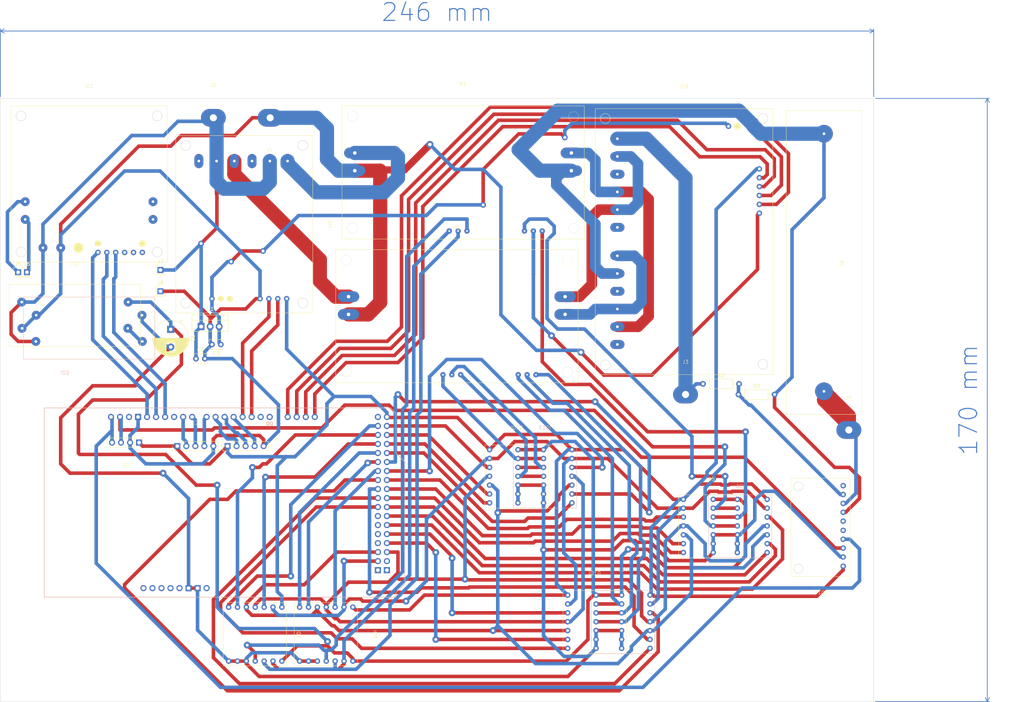
<source format=kicad_pcb>
(kicad_pcb (version 20221018) (generator pcbnew)
  (layers (0 "F.Cu" signal) (31 "B.Cu" signal) (34 "B.Paste" user) (35 "F.Paste" user) (36 "B.SilkS" user "B.Silkscreen") (37 "F.SilkS" user "F.Silkscreen") (38 "B.Mask" user) (39 "F.Mask" user) (44 "Edge.Cuts" user))
  (net 0 "")
  (net 3 "arduino 5v")
  (net 4 "MISO_SDO")
  (net 5 "MOSI_SDI")
  (net 6 "arduino sck")
  (net 8 "12V+")
  (net 11 "enkoder U S1")
  (net 12 "enkoder U S2")
  (net 13 "enkoder U KEY")
  (net 14 "enkoder I S1")
  (net 18 "Arduino_rele_2x_1")
  (net 19 "Arduino_rele_2x_2")
  (net 20 "Arduino_rele_4x_1")
  (net 21 "Arduino_rele_4x_2")
  (net 22 "Arduino_rele_4x_3")
  (net 23 "Arduino_rele_4x_4")
  (net 24 "Arduino_EnA")
  (net 25 "Arduino_IN1")
  (net 26 "Arduino_IN2")
  (net 27 "arduino_CS_3")
  (net 28 "arduino_WLAT_3")
  (net 29 "arduino_SHDN_3")
  (net 30 "arduino_SHDN_2")
  (net 31 "arduino_WLAT_2")
  (net 32 "arduino_CS_2")
  (net 33 "arduino_SHDN_1")
  (net 34 "arduino_WLAT_1")
  (net 35 "arduino_CS_1")
  (net 36 "enkoder I S2")
  (net 37 "enkoder I KEY")
  (net 38 "arduino_CS_4")
  (net 39 "arduino_WLAT_4")
  (net 40 "arduino_SHDN_4")
  (net 41 "arduino_CS_5")
  (net 42 "arduino_WLAT_5")
  (net 43 "arduino_SHDN_5")
  (net 44 "arduino_CS_6")
  (net 45 "arduino_WLAT_6")
  (net 46 "arduino_SHDN_6")
  (net 47 "arduino_CS_7")
  (net 48 "arduino_WLAT_7")
  (net 49 "arduino_SHDN_7")
  (net 50 "arduino_CS_8")
  (net 51 "arduino_WLAT_8")
  (net 52 "arduino_SHDN_8")
  (net 57 "arduino GND3")
  (net 62 "Arduino_SCL")
  (net 63 "Arduino_SDA")
  (net 65 "+30V digipot")
  (net 66 "Net-(IO14-A0)")
  (net 68 "Net-(IO1-OUT1)")
  (net 69 "GNDD")
  (net 70 "JD-VCC")
  (net 72 "Net-(IO1-OUT2)")
  (net 81 "Net-(IO2-GND_OUT)")
  (net 83 "Net-(M2-IN_DC_0-30V)")
  (net 85 "Net-(M1-IN_DC_0-30V)")
  (net 86 "Net-(IO5-P0B)")
  (net 87 "Net-(IO5-P0W)")
  (net 88 "Net-(IO5-P0A)")
  (net 89 "Net-(IO7-P0B)")
  (net 90 "Net-(IO7-P0W)")
  (net 91 "Net-(IO7-P0A)")
  (net 92 "Net-(M1-OUT_DC_0-30V)")
  (net 93 "Net-(M2-OUT_GNDD)")
  (net 94 "Net-(M2-OUT_DC_0-30V)")
  (net 95 "Net-(J3-Pin_1)")
  (net 96 "Net-(IO10-P0B)")
  (net 97 "Net-(IO10-P0W)")
  (net 98 "Net-(IO10-P0A)")
  (net 99 "Net-(IO12-P0B)")
  (net 100 "Net-(IO12-P0W)")
  (net 101 "Net-(IO12-P0A)")
  (net 104 "Net-(IO14-A1)")
  (net 105 "Net-(IO14-A2)")
  (footprint "SMOLA_DMP:H_mustek" (layer "F.Cu") (at 45 14.55)
    (fp_text reference "IO1")
    (fp_text value "H_mustek")
    (fp_circle (center -19.2 7.9) (end -17.8 7.9) (stroke (width 0.1)) (fill none) (layer "Edge.Cuts"))
    (fp_circle (center -19.2 46.3) (end -19.2 44.9) (stroke (width 0.1)) (fill none) (layer "Edge.Cuts"))
    (fp_circle (center 19.2 7.9) (end 19.2 9.3) (stroke (width 0.1)) (fill none) (layer "Edge.Cuts"))
    (fp_circle (center 19.2 46.3) (end 17.8 46.3) (stroke (width 0.1)) (fill none) (layer "Edge.Cuts"))
  )
  (footprint "SMOLA_DMP:CC_&_CV_modul" (layer "F.Cu") (at 148.475 54.425)
    (fp_text reference "M2")
    (fp_text value "~")
    (fp_circle (center -31 8.75) (end -31 7.325) (stroke (width 0.05)) (fill none) (layer "Edge.Cuts"))
    (fp_circle (center -31 40.25) (end -32.425 40.25) (stroke (width 0.05)) (fill none) (layer "Edge.Cuts"))
    (fp_circle (center 31.25 40.25) (end 31.25 41.675) (stroke (width 0.05)) (fill none) (layer "Edge.Cuts"))
  )
  (footprint "SMOLA_DMP:arduino_mega" (layer "F.Cu") (at 82.01 96.2318)
    (fp_text reference "A1" hide)
    (fp_text value "Arduino_Mega2560_R3_Shield" hide)
  )
  (footprint "Connector_PinHeader_2.54mm:PinHeader_1x01_P2.54mm_Vertical" (layer "F.Cu") (at 27.4975 66.5332)
    (fp_text reference "J6")
    (fp_text value "FAN1-")
  )
  (footprint "SMOLA_DMP:conn" (layer "F.Cu") (at 96 31.7 180)
    (fp_text reference "J2")
    (fp_text value "GND")
  )
  (footprint "Capacitor_THT:C_Disc_D3.8mm_W2.6mm_P2.50mm" (layer "F.Cu") (at 82.1 86.9 180)
    (fp_text reference "C3")
    (fp_text value "0,01 µF")
  )
  (footprint "SMOLA_DMP:step_up_28V" (layer "F.Cu") (at 41 64.75)
    (fp_text reference "IO2")
    (fp_text value "step_up_28V")
  )
  (footprint "Connector_PinHeader_2.54mm:PinHeader_1x01_P2.54mm_Vertical" (layer "F.Cu") (at 25 66.55)
    (fp_text reference "J5")
    (fp_text value "FAN1+")
  )
  (footprint "SMOLA_DMP:enkoder" (layer "F.Cu") (at 74.91 109.52)
    (fp_text reference "E2")
    (fp_text value "enkoder I")
  )
  (footprint "SMOLA_DMP:rele_2x" (layer "F.Cu") (at 112.4 53 -90)
    (fp_text reference "IO4")
    (fp_text value "rele_2x")
    (fp_circle (center -22.2 7.2) (end -20.8 7.2) (stroke (width 0.1)) (fill none) (layer "Edge.Cuts"))
    (fp_circle (center -22.2 40.2) (end -20.8 40.2) (stroke (width 0.1)) (fill none) (layer "Edge.Cuts"))
    (fp_circle (center 22.2 7.2) (end 23.6 7.2) (stroke (width 0.1)) (fill none) (layer "Edge.Cuts"))
    (fp_circle (center 22.2 40.2) (end 23.6 40.2) (stroke (width 0.1)) (fill none) (layer "Edge.Cuts"))
  )
  (footprint "SMOLA_DMP:MCP41HV51" (layer "F.Cu") (at 220 124.85)
    (fp_text reference "IO5")
    (fp_text value "MCP41HV51-104E")
  )
  (footprint "SMOLA_DMP:conn" (layer "F.Cu") (at 80 14.3)
    (fp_text reference "J1")
    (fp_text value "+12v")
  )
  (footprint "SMOLA_DMP:conn" (layer "F.Cu") (at 213 92.3)
    (fp_text reference "J3")
    (fp_text value "out+ regulated")
  )
  (footprint "SMOLA_DMP:conn" (layer "F.Cu") (at 259 102.3)
    (fp_text reference "J4")
    (fp_text value "out-")
  )
  (footprint "Resistor_THT:R_Axial_DIN0207_L6.3mm_D2.5mm_P10.16mm_Horizontal" (layer "F.Cu") (at 227.92 101)
    (fp_text reference "R3")
    (fp_text value "17k8")
  )
  (footprint "SMOLA_DMP:CC_&_CV_modul" (layer "F.Cu") (at 150.2402 13.9138)
    (fp_text reference "M1")
    (fp_text value "~")
    (fp_circle (center -31 8.75) (end -31 7.325) (stroke (width 0.05)) (fill none) (layer "Edge.Cuts"))
    (fp_circle (center -31 40.25) (end -32.425 40.25) (stroke (width 0.05)) (fill none) (layer "Edge.Cuts"))
    (fp_circle (center 31.25 40.25) (end 31.25 41.675) (stroke (width 0.05)) (fill none) (layer "Edge.Cuts"))
  )
  (footprint "SMOLA_DMP:ADS1115" (layer "F.Cu") (at 251 156.3 180)
    (fp_text reference "IO14")
    (fp_text value "ADS1115_I2C")
    (fp_circle (center 6.2 6.2) (end 7.5 6.2) (stroke (width 0.1)) (fill none) (layer "Edge.Cuts"))
    (fp_circle (center 6.2 29.4) (end 7.5 29.4) (stroke (width 0.1)) (fill none) (layer "Edge.Cuts"))
  )
  (footprint "SMOLA_DMP:MCP41HV51" (layer "F.Cu") (at 105 168.55 -90)
    (fp_text reference "IO7")
    (fp_text value "MCP41HV51-502E")
  )
  (footprint "Package_TO_SOT_THT:TO-220-3_Vertical" (layer "F.Cu") (at 76.56 81.845)
    (fp_text reference "U1")
    (fp_text value "L78S05CV")
  )
  (footprint "SMOLA_DMP:enkoder" (layer "F.Cu") (at 89.07 109.52)
    (fp_text reference "E1" hide)
    (fp_text value "enkoder U")
  )
  (footprint "SMOLA_DMP:MCP41HV51" (layer "F.Cu") (at 165.4 110.85)
    (fp_text reference "IO12")
    (fp_text value "MCP41HV51-502E")
  )
  (footprint "SMOLA_DMP:MCP41HV51" (layer "F.Cu") (at 187.4 151.85)
    (fp_text reference "IO10")
    (fp_text value "MCP41HV51-104E")
  )
  (footprint "Connector_PinHeader_2.54mm:PinHeader_1x01_P2.54mm_Vertical" (layer "F.Cu") (at 65.1 71.9)
    (fp_text reference "J8")
    (fp_text value "arduino in GNDD")
  )
  (footprint "SMOLA_DMP:MCP41HV51" (layer "F.Cu") (at 125 168.55 -90)
    (fp_text reference "IO8")
    (fp_text value "MCP41HV51-502E")
  )
  (footprint "SMOLA_DMP:power_rezistor_100w_0.2R" (layer "F.Cu") (at 270.4 63.9 -90)
    (fp_text reference "R1")
    (fp_text value "0.2R")
  )
  (footprint "SMOLA_DMP:rele_4x" (layer "F.Cu") (at 212.6 14.7)
    (fp_text reference "IO9")
    (fp_text value "rele_4x")
    (fp_circle (center -22.2 77.9) (end -20.8 77.9) (stroke (width 0.1)) (fill none) (layer "Edge.Cuts"))
    (fp_circle (center 22.2 8.5) (end 23.6 8.5) (stroke (width 0.1)) (fill none) (layer "Edge.Cuts"))
    (fp_circle (center 22.2 77.8) (end 23.6 77.8) (stroke (width 0.1)) (fill none) (layer "Edge.Cuts"))
  )
  (footprint "Connector_PinHeader_2.54mm:PinHeader_1x01_P2.54mm_Vertical" (layer "F.Cu") (at 65.1 65.9)
    (fp_text reference "J7")
    (fp_text value "arduino in 12v+")
  )
  (footprint "Capacitor_THT:CP_Radial_D10.0mm_P5.00mm" (layer "F.Cu") (at 68 82.6323 -90)
    (fp_text reference "C1")
    (fp_text value "680uF/50V")
  )
  (footprint "SMOLA_DMP:display" (layer "F.Cu") (at 55.27 120.38 180)
    (fp_text reference "D1")
    (fp_text value "display")
  )
  (footprint "Resistor_THT:R_Axial_DIN0207_L6.3mm_D2.5mm_P10.16mm_Horizontal" (layer "F.Cu") (at 217.92 98)
    (fp_text reference "R2")
    (fp_text value "220k")
  )
  (footprint "Capacitor_THT:C_Disc_D3.8mm_W2.6mm_P2.50mm" (layer "F.Cu") (at 75.1 90.9)
    (fp_text reference "C2")
    (fp_text value "0,1 µF")
  )
  (footprint "SMOLA_DMP:step_up_28V" (layer "B.Cu") (at 45 96.25)
    (fp_text reference "IO3")
    (fp_text value "step_up_28V")
  )
  (footprint "SMOLA_DMP:MCP41HV51" (layer "B.Cu") (at 173.4 110.85 180)
    (fp_text reference "IO13")
    (fp_text value "MCP41HV51-502E")
  )
  (footprint "SMOLA_DMP:MCP41HV51" (layer "B.Cu") (at 228.4 124.85 180)
    (fp_text reference "IO6")
    (fp_text value "MCP41HV51-104E")
  )
  (footprint "SMOLA_DMP:MCP41HV51" (layer "B.Cu") (at 195.4 151.85 180)
    (fp_text reference "IO11")
    (fp_text value "MCP41HV51-104E")
  )
  (gr_rect (start 20 17.55) (end 266 187.55) (stroke (width 0.1)) (fill none) (layer "Edge.Cuts"))
  (dimension (type aligned) (layer "B.Cu") (pts (xy 266 17.55) (xy 266 187.55)) (height -32) (gr_text "170 mm" (at 292.7 102.55 90) (layer "B.Cu") (effects (font (size 5 5) (thickness 0.3)))) (format (prefix "") (suffix "") (units 3) (units_format 1) (precision 4) suppress_zeroes) (style (thickness 0.2) (arrow_length 1.27) (text_position_mode 0) (extension_height 0.58642) (extension_offset 0.5) keep_text_aligned))
  (dimension (type aligned) (layer "B.Cu") (pts (xy 20 17.55) (xy 266 17.55)) (height -19) (gr_text "246 mm" (at 143 -6.75) (layer "B.Cu") (effects (font (size 5 5) (thickness 0.3)))) (format (prefix "") (suffix "") (units 3) (units_format 1) (precision 4) suppress_zeroes) (style (thickness 0.2) (arrow_length 1.27) (text_position_mode 0) (extension_height 0.58642) (extension_offset 0.5) keep_text_aligned))
  (segment (start 216.699 126.251) (end 222.893 126.251) (width 1) (layer "F.Cu") (net 3))
  (segment (start 157.8 116.55) (end 162.073 112.277) (width 1) (layer "F.Cu") (net 3))
  (segment (start 120.077 161.727) (end 135.288 161.727) (width 1) (layer "F.Cu") (net 3))
  (segment (start 203 157.55) (end 203.874 157.55) (width 1) (layer "F.Cu") (net 3))
  (segment (start 162.073 112.277) (end 176.727 112.277) (width 1) (layer "F.Cu") (net 3))
  (segment (start 119.3 160.95) (end 120.077 161.727) (width 1) (layer "F.Cu") (net 3))
  (segment (start 69.84 115.55) (end 60.08 115.55) (width 1) (layer "F.Cu") (net 3))
  (segment (start 195.567 116.55) (end 209.567 130.55) (width 1) (layer "F.Cu") (net 3))
  (segment (start 128.89 107.329) (end 129.039 107.478) (width 1) (layer "F.Cu") (net 3))
  (segment (start 129.039 107.478) (end 148.728 107.478) (width 1) (layer "F.Cu") (net 3))
  (segment (start 148.728 107.478) (end 157.8 116.55) (width 1) (layer "F.Cu") (net 3))
  (segment (start 222.893 126.251) (end 223.139 126.497) (width 1) (layer "F.Cu") (net 3))
  (segment (start 176.727 112.277) (end 181 116.55) (width 1) (layer "F.Cu") (net 3))
  (segment (start 181 116.55) (end 195.567 116.55) (width 1) (layer "F.Cu") (net 3))
  (segment (start 203.874 157.55) (end 204.21 157.885) (width 1) (layer "F.Cu") (net 3))
  (segment (start 231.701 126.251) (end 236 130.55) (width 1) (layer "F.Cu") (net 3))
  (segment (start 139.466 157.55) (end 179.8 157.55) (width 1) (layer "F.Cu") (net 3))
  (segment (start 204.21 157.885) (end 249.9826 157.885) (width 1) (layer "F.Cu") (net 3))
  (segment (start 223.139 126.497) (end 225.17 126.497) (width 1) (layer "F.Cu") (net 3))
  (segment (start 84 115.55) (end 79 120.55) (width 1) (layer "F.Cu") (net 3))
  (segment (start 257.4 150.4676) (end 257.4 149.4) (width 1) (layer "F.Cu") (net 3))
  (segment (start 74 120.55) (end 69.84 116.39) (width 1) (layer "F.Cu") (net 3))
  (segment (start 69.84 116.39) (end 69.84 115.55) (width 1) (layer "F.Cu") (net 3))
  (segment (start 225.17 126.497) (end 225.416 126.251) (width 1) (layer "F.Cu") (net 3))
  (segment (start 225.416 126.251) (end 231.701 126.251) (width 1) (layer "F.Cu") (net 3))
  (segment (start 135.288 161.727) (end 139.466 157.55) (width 1) (layer "F.Cu") (net 3))
  (segment (start 249.9826 157.885) (end 257.4 150.4676) (width 1) (layer "F.Cu") (net 3))
  (segment (start 60.08 115.55) (end 59.08 114.55) (width 1) (layer "F.Cu") (net 3))
  (segment (start 79 120.55) (end 74 120.55) (width 1) (layer "F.Cu") (net 3))
  (segment (start 212.4 130.55) (end 216.699 126.251) (width 1) (layer "F.Cu") (net 3))
  (segment (start 209.567 130.55) (end 212.4 130.55) (width 1) (layer "F.Cu") (net 3))
  (segment (start 128.89 107.329) (end 128.89 106.108) (width 1) (layer "B.Cu") (net 3))
  (segment (start 100.531 118.55) (end 103 118.55) (width 1) (layer "B.Cu") (net 3))
  (segment (start 85.15 118.55) (end 100.531 118.55) (width 1) (layer "B.Cu") (net 3))
  (segment (start 100.531 118.55) (end 98 121.081) (width 1) (layer "B.Cu") (net 3))
  (segment (start 128.89 106.108) (end 124.332 101.55) (width 1) (layer "B.Cu") (net 3))
  (segment (start 219.059 123.891) (end 212.4 130.55) (width 1) (layer "B.Cu") (net 3))
  (segment (start 179.8 157.55) (end 176.656 154.406) (width 1) (layer "B.Cu") (net 3))
  (segment (start 176.656 154.406) (end 176.656 119.806) (width 1) (layer "B.Cu") (net 3))
  (segment (start 176.656 119.806) (end 179.912 116.55) (width 1) (layer "B.Cu") (net 3))
  (segment (start 233.071 37.4) (end 221.624 48.8467) (width 1) (layer "B.Cu") (net 3))
  (segment (start 100.65 88.2) (end 100.65 74) (width 1) (layer "B.Cu") (net 3))
  (segment (start 203 157.55) (end 203.297 157.253) (width 1) (layer "B.Cu") (net 3))
  (segment (start 99.3 157.85) (end 99.3 160.95) (width 1) (layer "B.Cu") (net 3))
  (segment (start 124.332 101.55) (end 114 101.55) (width 1) (layer "B.Cu") (net 3))
  (segment (start 233.8 37.4) (end 233.071 37.4) (width 1) (layer "B.Cu") (net 3))
  (segment (start 114 101.55) (end 100.65 88.2) (width 1) (layer "B.Cu") (net 3))
  (segment (start 98 121.081) (end 98 156.55) (width 1) (layer "B.Cu") (net 3))
  (segment (start 179.912 116.55) (end 181 116.55) (width 1) (layer "B.Cu") (net 3))
  (segment (start 84 115.55) (end 84 117.4) (width 1) (layer "B.Cu") (net 3))
  (segment (start 221.624 48.8467) (end 221.624 120.277) (width 1) (layer "B.Cu") (net 3))
  (segment (start 84 117.4) (end 85.15 118.55) (width 1) (layer "B.Cu") (net 3))
  (segment (start 203.297 138.554) (end 211.301 130.55) (width 1) (layer "B.Cu") (net 3))
  (segment (start 98 156.55) (end 99.3 157.85) (width 1) (layer "B.Cu") (net 3))
  (segment (start 103 118.55) (end 112 109.55) (width 1) (layer "B.Cu") (net 3))
  (segment (start 112 109.55) (end 112 103.55) (width 1) (layer "B.Cu") (net 3))
  (segment (start 203.297 157.253) (end 203.297 138.554) (width 1) (layer "B.Cu") (net 3))
  (segment (start 211.301 130.55) (end 212.4 130.55) (width 1) (layer "B.Cu") (net 3))
  (segment (start 219.059 122.843) (end 219.059 123.891) (width 1) (layer "B.Cu") (net 3))
  (segment (start 112 103.55) (end 114 101.55) (width 1) (layer "B.Cu") (net 3))
  (segment (start 221.624 120.277) (end 219.059 122.843) (width 1) (layer "B.Cu") (net 3))
  (segment (start 177.28 129.508) (end 177.28 130.546) (width 1) (layer "F.Cu") (net 4))
  (segment (start 113.997 166.176) (end 113.424 166.176) (width 1) (layer "F.Cu") (net 4))
  (segment (start 109.102 161.855) (end 107.718 163.239) (width 1) (layer "F.Cu") (net 4))
  (segment (start 181 126.55) (end 180.238 126.55) (width 1) (layer "F.Cu") (net 4))
  (segment (start 114.781 145.429) (end 105.576 154.634) (width 1) (layer "F.Cu") (net 4))
  (segment (start 105.576 154.634) (end 94.511 154.634) (width 1) (layer "F.Cu") (net 4))
  (segment (start 177.28 130.546) (end 173.998 133.827) (width 1) (layer "F.Cu") (net 4))
  (segment (start 179.8 167.55) (end 158.772 167.55) (width 1) (layer "F.Cu") (net 4))
  (segment (start 160.611 133.827) (end 160.111 134.327) (width 1) (layer "F.Cu") (net 4))
  (segment (start 158.772 167.55) (end 158.771 167.548) (width 1) (layer "F.Cu") (net 4))
  (segment (start 113.424 166.176) (end 109.102 161.855) (width 1) (layer "F.Cu") (net 4))
  (segment (start 89.3 161.659) (end 89.3 160.95) (width 1) (layer "F.Cu") (net 4))
  (segment (start 94.511 154.634) (end 89.3 159.845) (width 1) (layer "F.Cu") (net 4))
  (segment (start 115.368 167.547) (end 113.997 166.176) (width 1) (layer "F.Cu") (net 4))
  (segment (start 158.771 167.548) (end 115.646 167.548) (width 1) (layer "F.Cu") (net 4))
  (segment (start 109.3 160.95) (end 109.3 161.657) (width 1) (layer "F.Cu") (net 4))
  (segment (start 109.3 161.657) (end 109.102 161.855) (width 1) (layer "F.Cu") (net 4))
  (segment (start 180.238 126.55) (end 177.28 129.508) (width 1) (layer "F.Cu") (net 4))
  (segment (start 107.718 163.239) (end 90.88 163.239) (width 1) (layer "F.Cu") (net 4))
  (segment (start 126.35 145.429) (end 114.781 145.429) (width 1) (layer "F.Cu") (net 4))
  (segment (start 89.3 159.845) (end 89.3 160.95) (width 1) (layer "F.Cu") (net 4))
  (segment (start 115.646 167.548) (end 115.644 167.547) (width 1) (layer "F.Cu") (net 4))
  (segment (start 115.644 167.547) (end 115.368 167.547) (width 1) (layer "F.Cu") (net 4))
  (segment (start 90.88 163.239) (end 89.3 161.659) (width 1) (layer "F.Cu") (net 4))
  (segment (start 173.998 133.827) (end 160.611 133.827) (width 1) (layer "F.Cu") (net 4))
  (via (at 158.771 167.548) (size 1.9) (drill 0.8) (layers "F.Cu" "B.Cu") (net 4))
  (via (at 160.111 134.327) (size 1.9) (drill 0.8) (layers "F.Cu" "B.Cu") (net 4))
  (segment (start 157.8 126.55) (end 158.507 126.55) (width 1) (layer "B.Cu") (net 4))
  (segment (start 197.738 173.037) (end 193.928 176.848) (width 1) (layer "B.Cu") (net 4))
  (segment (start 229.342 149.876) (end 231.941 147.278) (width 1) (layer "B.Cu") (net 4))
  (segment (start 235.286 140.55) (end 236 140.55) (width 1) (layer "B.Cu") (net 4))
  (segment (start 160.111 134.327) (end 160.111 166.208) (width 1) (layer "B.Cu") (net 4))
  (segment (start 158.507 126.55) (end 160.111 128.154) (width 1) (layer "B.Cu") (net 4))
  (segment (start 214.664 149.876) (end 214.664 142.112) (width 1) (layer "B.Cu") (net 4))
  (segment (start 214.664 149.876) (end 229.342 149.876) (width 1) (layer "B.Cu") (net 4))
  (segment (start 203 167.55) (end 202.241 167.55) (width 1) (layer "B.Cu") (net 4))
  (segment (start 231.941 143.896) (end 235.286 140.55) (width 1) (layer "B.Cu") (net 4))
  (segment (start 160.111 128.154) (end 160.111 134.327) (width 1) (layer "B.Cu") (net 4))
  (segment (start 204.053 167.55) (end 203 167.55) (width 1) (layer "B.Cu") (net 4))
  (segment (start 214.664 156.939) (end 204.053 167.55) (width 1) (layer "B.Cu") (net 4))
  (segment (start 214.664 142.112) (end 213.102 140.55) (width 1) (layer "B.Cu") (net 4))
  (segment (start 160.111 166.208) (end 158.771 167.548) (width 1) (layer "B.Cu") (net 4))
  (segment (start 213.102 140.55) (end 212.4 140.55) (width 1) (layer "B.Cu") (net 4))
  (segment (start 231.941 147.278) (end 231.941 143.896) (width 1) (layer "B.Cu") (net 4))
  (segment (start 170.751 176.848) (end 160.111 166.208) (width 1) (layer "B.Cu") (net 4))
  (segment (start 193.928 176.848) (end 170.751 176.848) (width 1) (layer "B.Cu") (net 4))
  (segment (start 202.241 167.55) (end 197.738 172.052) (width 1) (layer "B.Cu") (net 4))
  (segment (start 197.738 172.052) (end 197.738 173.037) (width 1) (layer "B.Cu") (net 4))
  (segment (start 214.664 149.876) (end 214.664 156.939) (width 1) (layer "B.Cu") (net 4))
  (segment (start 132 151.282) (end 131.256 152.026) (width 1) (layer "F.Cu") (net 5))
  (segment (start 114.826 164.174) (end 114.256 164.174) (width 1) (layer "F.Cu") (net 5))
  (segment (start 93.428 158.6) (end 110.224 158.6) (width 1) (layer "F.Cu") (net 5))
  (segment (start 114.256 164.174) (end 111.8 161.719) (width 1) (layer "F.Cu") (net 5))
  (segment (start 115.702 165.05) (end 114.826 164.174) (width 1) (layer "F.Cu") (net 5))
  (segment (start 196.854 153.244) (end 200.622 157.013) (width 1) (layer "F.Cu") (net 5))
  (segment (start 200.622 163.38) (end 202.293 165.05) (width 1) (layer "F.Cu") (net 5))
  (segment (start 200.622 157.013) (end 200.622 163.38) (width 1) (layer "F.Cu") (net 5))
  (segment (start 129.379 153.902) (end 118.074 153.902) (width 1) (layer "F.Cu") (net 5))
  (segment (start 91.8 160.227) (end 93.428 158.6) (width 1) (layer "F.Cu") (net 5))
  (segment (start 110.224 158.6) (end 111.8 160.176) (width 1) (layer "F.Cu") (net 5))
  (segment (start 179.8 165.05) (end 115.702 165.05) (width 1) (layer "F.Cu") (net 5))
  (segment (start 131.256 152.026) (end 129.379 153.902) (width 1) (layer "F.Cu") (net 5))
  (segment (start 111.8 161.719) (end 111.8 160.95) (width 1) (layer "F.Cu") (net 5))
  (segment (start 132.281 153.051) (end 150.887 153.051) (width 1) (layer "F.Cu") (net 5))
  (segment (start 132 145.429) (end 132 151.282) (width 1) (layer "F.Cu") (net 5))
  (segment (start 131.256 152.026) (end 132.281 153.051) (width 1) (layer "F.Cu") (net 5))
  (segment (start 128.89 145.429) (end 132 145.429) (width 1) (layer "F.Cu") (net 5))
  (segment (start 151.08 153.244) (end 196.854 153.244) (width 1) (layer "F.Cu") (net 5))
  (segment (start 118.074 153.902) (end 111.8 160.176) (width 1) (layer "F.Cu") (net 5))
  (segment (start 150.887 153.051) (end 151.08 153.244) (width 1) (layer "F.Cu") (net 5))
  (segment (start 91.8 160.95) (end 91.8 160.227) (width 1) (layer "F.Cu") (net 5))
  (segment (start 111.8 160.176) (end 111.8 160.95) (width 1) (layer "F.Cu") (net 5))
  (segment (start 202.293 165.05) (end 203 165.05) (width 1) (layer "F.Cu") (net 5))
  (via (at 150.887 153.051) (size 1.9) (drill 0.8) (layers "F.Cu" "B.Cu") (net 5))
  (segment (start 218.536 146.512) (end 218.536 143.073) (width 1) (layer "B.Cu") (net 5))
  (segment (start 184.144 126.417) (end 184.144 161.478) (width 1) (layer "B.Cu") (net 5))
  (segment (start 219.898 147.874) (end 218.536 146.512) (width 1) (layer "B.Cu") (net 5))
  (segment (start 218.536 143.073) (end 213.513 138.05) (width 1) (layer "B.Cu") (net 5))
  (segment (start 207.301 142.417) (end 211.668 138.05) (width 1) (layer "B.Cu") (net 5))
  (segment (start 150.887 130.259) (end 157.096 124.05) (width 1) (layer "B.Cu") (net 5))
  (segment (start 213.513 138.05) (end 212.4 138.05) (width 1) (layer "B.Cu") (net 5))
  (segment (start 180.572 165.05) (end 179.8 165.05) (width 1) (layer "B.Cu") (net 5))
  (segment (start 181.777 124.05) (end 184.144 126.417) (width 1) (layer "B.Cu") (net 5))
  (segment (start 150.887 153.051) (end 150.887 130.259) (width 1) (layer "B.Cu") (net 5))
  (segment (start 211.668 138.05) (end 212.4 138.05) (width 1) (layer "B.Cu") (net 5))
  (segment (start 157.096 124.05) (end 157.8 124.05) (width 1) (layer "B.Cu") (net 5))
  (segment (start 234.955 138.05) (end 229.864 143.141) (width 1) (layer "B.Cu") (net 5))
  (segment (start 181 124.05) (end 181.777 124.05) (width 1) (layer "B.Cu") (net 5))
  (segment (start 184.144 161.478) (end 180.572 165.05) (width 1) (layer "B.Cu") (net 5))
  (segment (start 228.513 147.874) (end 219.898 147.874) (width 1) (layer "B.Cu") (net 5))
  (segment (start 229.864 146.523) (end 228.513 147.874) (width 1) (layer "B.Cu") (net 5))
  (segment (start 203 165.05) (end 203.702 165.05) (width 1) (layer "B.Cu") (net 5))
  (segment (start 236 138.05) (end 234.955 138.05) (width 1) (layer "B.Cu") (net 5))
  (segment (start 207.301 161.451) (end 207.301 142.417) (width 1) (layer "B.Cu") (net 5))
  (segment (start 229.864 143.141) (end 229.864 146.523) (width 1) (layer "B.Cu") (net 5))
  (segment (start 203.702 165.05) (end 207.301 161.451) (width 1) (layer "B.Cu") (net 5))
  (segment (start 235.27 133.05) (end 236 133.05) (width 1) (layer "F.Cu") (net 6))
  (segment (start 178.785 119.05) (end 181 119.05) (width 1) (layer "F.Cu") (net 6))
  (segment (start 174.014 114.279) (end 178.785 119.05) (width 1) (layer "F.Cu") (net 6))
  (segment (start 157.8 119.05) (end 160.092 119.05) (width 1) (layer "F.Cu") (net 6))
  (segment (start 134.271 159.25) (end 122.097 159.25) (width 1) (layer "F.Cu") (net 6))
  (segment (start 121.474 158.628) (end 118.386 158.628) (width 1) (layer "F.Cu") (net 6))
  (segment (start 230.501 128.281) (end 235.27 133.05) (width 1) (layer "F.Cu") (net 6))
  (segment (start 219.823 128.281) (end 222.092 128.281) (width 1) (layer "F.Cu") (net 6))
  (segment (start 116.8 160.214) (end 116.8 160.95) (width 1) (layer "F.Cu") (net 6))
  (segment (start 191.118 119.05) (end 181 119.05) (width 1) (layer "F.Cu") (net 6))
  (segment (start 222.092 128.281) (end 222.31 128.499) (width 1) (layer "F.Cu") (net 6))
  (segment (start 212.4 133.05) (end 215.053 133.05) (width 1) (layer "F.Cu") (net 6))
  (segment (start 126.35 147.969) (end 116.8 147.969) (width 1) (layer "F.Cu") (net 6))
  (segment (start 222.31 128.499) (end 226 128.499) (width 1) (layer "F.Cu") (net 6))
  (segment (start 212.4 133.05) (end 205.118 133.05) (width 1) (layer "F.Cu") (net 6))
  (segment (start 205.118 133.05) (end 191.118 119.05) (width 1) (layer "F.Cu") (net 6))
  (segment (start 226.218 128.281) (end 230.501 128.281) (width 1) (layer "F.Cu") (net 6))
  (segment (start 164.863 114.279) (end 174.014 114.279) (width 1) (layer "F.Cu") (net 6))
  (segment (start 118.386 158.628) (end 116.8 160.214) (width 1) (layer "F.Cu") (net 6))
  (segment (start 215.053 133.05) (end 219.823 128.281) (width 1) (layer "F.Cu") (net 6))
  (segment (start 226 128.499) (end 226.218 128.281) (width 1) (layer "F.Cu") (net 6))
  (segment (start 122.097 159.25) (end 121.474 158.628) (width 1) (layer "F.Cu") (net 6))
  (segment (start 160.092 119.05) (end 164.863 114.279) (width 1) (layer "F.Cu") (net 6))
  (via (at 134.271 159.25) (size 1.9) (drill 0.8) (layers "F.Cu" "B.Cu") (net 6))
  (via (at 116.8 147.969) (size 1.9) (drill 0.8) (layers "F.Cu" "B.Cu") (net 6))
  (segment (start 205.299 139.439) (end 211.688 133.05) (width 1) (layer "B.Cu") (net 6))
  (segment (start 180.578 160.05) (end 182.095 158.533) (width 1) (layer "B.Cu") (net 6))
  (segment (start 205.299 158.458) (end 205.299 139.439) (width 1) (layer "B.Cu") (net 6))
  (segment (start 116.8 160.95) (end 116.8 147.969) (width 1) (layer "B.Cu") (net 6))
  (segment (start 178.698 145.656) (end 178.698 120.645) (width 1) (layer "B.Cu") (net 6))
  (segment (start 203.708 160.05) (end 205.299 158.458) (width 1) (layer "B.Cu") (net 6))
  (segment (start 115.263 163.259) (end 116.8 161.722) (width 1) (layer "B.Cu") (net 6))
  (segment (start 178.698 120.645) (end 180.293 119.05) (width 1) (layer "B.Cu") (net 6))
  (segment (start 182.095 149.052) (end 178.698 145.656) (width 1) (layer "B.Cu") (net 6))
  (segment (start 96.8 161.694) (end 98.365 163.259) (width 1) (layer "B.Cu") (net 6))
  (segment (start 179.8 160.05) (end 180.578 160.05) (width 1) (layer "B.Cu") (net 6))
  (segment (start 116.8 161.722) (end 116.8 160.95) (width 1) (layer "B.Cu") (net 6))
  (segment (start 96.8 160.95) (end 96.8 161.694) (width 1) (layer "B.Cu") (net 6))
  (segment (start 140.025 153.497) (end 140.025 136.065) (width 1) (layer "B.Cu") (net 6))
  (segment (start 157.039 119.05) (end 157.8 119.05) (width 1) (layer "B.Cu") (net 6))
  (segment (start 140.025 136.065) (end 157.039 119.05) (width 1) (layer "B.Cu") (net 6))
  (segment (start 203 160.05) (end 203.708 160.05) (width 1) (layer "B.Cu") (net 6))
  (segment (start 98.365 163.259) (end 115.263 163.259) (width 1) (layer "B.Cu") (net 6))
  (segment (start 180.293 119.05) (end 181 119.05) (width 1) (layer "B.Cu") (net 6))
  (segment (start 182.095 158.533) (end 182.095 149.052) (width 1) (layer "B.Cu") (net 6))
  (segment (start 134.271 159.25) (end 140.025 153.497) (width 1) (layer "B.Cu") (net 6))
  (segment (start 211.688 133.05) (end 212.4 133.05) (width 1) (layer "B.Cu") (net 6))
  (segment (start 81 54) (end 81 44.55) (width 1) (layer "F.Cu") (net 8))
  (segment (start 23 77.95) (end 26 74.95) (width 1) (layer "F.Cu") (net 8))
  (segment (start 25.05 86.05) (end 23 84) (width 1) (layer "F.Cu") (net 8))
  (segment (start 30 86.05) (end 25.05 86.05) (width 1) (layer "F.Cu") (net 8))
  (segment (start 23 84) (end 23 77.95) (width 1) (layer "F.Cu") (net 8))
  (segment (start 80.9 44.45) (end 80.9 35.2) (width 1) (layer "F.Cu") (net 8))
  (segment (start 81 44.55) (end 80.9 44.45) (width 1) (layer "F.Cu") (net 8))
  (segment (start 81 44.55) (end 81 35.1) (width 1) (layer "F.Cu") (net 8))
  (segment (start 76.56 58.44) (end 81 54) (width 1) (layer "F.Cu") (net 8))
  (via (at 76.56 58.44) (size 1.6) (drill 0.8) (layers "F.Cu" "B.Cu") (net 8))
  (segment (start 32 59.65) (end 32 53) (width 1) (layer "B.Cu") (net 8))
  (segment (start 83 43) (end 94 43) (width 4) (layer "B.Cu") (net 8))
  (segment (start 75.1 90.9) (end 75.1 83.305) (width 1) (layer "B.Cu") (net 8))
  (segment (start 75.1 83.305) (end 76.56 81.845) (width 1) (layer "B.Cu") (net 8))
  (segment (start 26 74.95) (end 29.6 74.95) (width 1) (layer "B.Cu") (net 8))
  (segment (start 94 43) (end 95.9 41.1) (width 4) (layer "B.Cu") (net 8))
  (segment (start 95.9 41.1) (end 95.9 35.2) (width 4) (layer "B.Cu") (net 8))
  (segment (start 32 72.55) (end 32 59.65) (width 1) (layer "B.Cu") (net 8))
  (segment (start 69.1 65.9) (end 76.56 58.44) (width 1) (layer "B.Cu") (net 8))
  (segment (start 79 24) (end 80 23) (width 1) (layer "B.Cu") (net 8))
  (segment (start 80.9 40.9) (end 83 43) (width 4) (layer "B.Cu") (net 8))
  (segment (start 57 28) (end 66 28) (width 1) (layer "B.Cu") (net 8))
  (segment (start 66 28) (end 70 24) (width 1) (layer "B.Cu") (net 8))
  (segment (start 80.9 35.2) (end 80.9 23.9) (width 4) (layer "B.Cu") (net 8))
  (segment (start 80.9 35.2) (end 80.9 40.9) (width 4) (layer "B.Cu") (net 8))
  (segment (start 29.6 74.95) (end 32 72.55) (width 1) (layer "B.Cu") (net 8))
  (segment (start 32 53) (end 57 28) (width 1) (layer "B.Cu") (net 8))
  (segment (start 80.9 23.9) (end 80 23) (width 4) (layer "B.Cu") (net 8))
  (segment (start 76.56 81.845) (end 76.56 58.44) (width 1) (layer "B.Cu") (net 8))
  (segment (start 65.1 65.9) (end 69.1 65.9) (width 1) (layer "B.Cu") (net 8))
  (segment (start 70 24) (end 79 24) (width 1) (layer "B.Cu") (net 8))
  (segment (start 91.62 113.617) (end 85.71 107.707) (width 1) (layer "B.Cu") (net 11))
  (segment (start 91.62 115.55) (end 91.62 113.617) (width 1) (layer "B.Cu") (net 11))
  (segment (start 85.71 107.707) (end 85.71 107.329) (width 1) (layer "B.Cu") (net 11))
  (segment (start 83.7 109.25) (end 83.7 107.859) (width 1) (layer "B.Cu") (net 12))
  (segment (start 86.754 111.8) (end 86.25 111.8) (width 1) (layer "B.Cu") (net 12))
  (segment (start 83.7 107.859) (end 83.17 107.329) (width 1) (layer "B.Cu") (net 12))
  (segment (start 86.25 111.8) (end 83.7 109.25) (width 1) (layer "B.Cu") (net 12))
  (segment (start 89.08 114.126) (end 86.754 111.8) (width 1) (layer "B.Cu") (net 12))
  (segment (start 89.08 115.55) (end 89.08 114.126) (width 1) (layer "B.Cu") (net 12))
  (segment (start 86.54 113.99) (end 86.05 113.5) (width 1) (layer "B.Cu") (net 13))
  (segment (start 86.54 115.55) (end 86.54 113.99) (width 1) (layer "B.Cu") (net 13))
  (segment (start 83.95 113.5) (end 82 111.55) (width 1) (layer "B.Cu") (net 13))
  (segment (start 82 111.55) (end 82 109.45) (width 1) (layer "B.Cu") (net 13))
  (segment (start 80.63 108.08) (end 80.63 107.329) (width 1) (layer "B.Cu") (net 13))
  (segment (start 86.05 113.5) (end 83.95 113.5) (width 1) (layer "B.Cu") (net 13))
  (segment (start 82 109.45) (end 80.63 108.08) (width 1) (layer "B.Cu") (net 13))
  (segment (start 77.46 115.55) (end 77.46 107.959) (width 1) (layer "B.Cu") (net 14))
  (segment (start 77.46 107.959) (end 78.09 107.329) (width 1) (layer "B.Cu") (net 14))
  (segment (start 95.65 79.118) (end 88.25 86.518) (width 1) (layer "F.Cu") (net 18))
  (segment (start 95.65 74) (end 95.65 79.118) (width 1) (layer "F.Cu") (net 18))
  (segment (start 88.25 86.518) (end 88.25 107.329) (width 1) (layer "F.Cu") (net 18))
  (segment (start 98.15 74) (end 98.15 81.4) (width 1) (layer "F.Cu") (net 19))
  (segment (start 90.79 88.76) (end 90.79 107.329) (width 1) (layer "F.Cu") (net 19))
  (segment (start 98.15 81.4) (end 90.79 88.76) (width 1) (layer "F.Cu") (net 19))
  (segment (start 242 44) (end 242 33.0948) (width 1) (layer "F.Cu") (net 20))
  (segment (start 233.8 47.4) (end 238.6 47.4) (width 1) (layer "F.Cu") (net 20))
  (segment (start 129 86) (end 114.55 86) (width 1) (layer "F.Cu") (net 20))
  (segment (start 228.905 20) (end 158 20) (width 1) (layer "F.Cu") (net 20))
  (segment (start 133 82) (end 129 86) (width 1) (layer "F.Cu") (net 20))
  (segment (start 100.95 99.6) (end 100.95 107.329) (width 1) (layer "F.Cu") (net 20))
  (segment (start 133 45) (end 133 82) (width 1) (layer "F.Cu") (net 20))
  (segment (start 114.55 86) (end 100.95 99.6) (width 1) (layer "F.Cu") (net 20))
  (segment (start 238.6 47.4) (end 242 44) (width 1) (layer "F.Cu") (net 20))
  (segment (start 158 20) (end 133 45) (width 1) (layer "F.Cu") (net 20))
  (segment (start 242 33.0948) (end 228.905 20) (width 1) (layer "F.Cu") (net 20))
  (segment (start 159 22) (end 135 46) (width 1) (layer "F.Cu") (net 21))
  (segment (start 115.55 88) (end 103.49 100.06) (width 1) (layer "F.Cu") (net 21))
  (segment (start 228 22) (end 159 22) (width 1) (layer "F.Cu") (net 21))
  (segment (start 233.8 44.9) (end 237.1 44.9) (width 1) (layer "F.Cu") (net 21))
  (segment (start 135 83) (end 130 88) (width 1) (layer "F.Cu") (net 21))
  (segment (start 103.49 100.06) (end 103.49 107.329) (width 1) (layer "F.Cu") (net 21))
  (segment (start 135 46) (end 135 83) (width 1) (layer "F.Cu") (net 21))
  (segment (start 240 34) (end 228 22) (width 1) (layer "F.Cu") (net 21))
  (segment (start 237.1 44.9) (end 240 42) (width 1) (layer "F.Cu") (net 21))
  (segment (start 240 42) (end 240 34) (width 1) (layer "F.Cu") (net 21))
  (segment (start 130 88) (end 115.55 88) (width 1) (layer "F.Cu") (net 21))
  (segment (start 233.8 42.4) (end 235.1 42.4) (width 1) (layer "F.Cu") (net 22))
  (segment (start 235.439 32) (end 219 32) (width 1) (layer "F.Cu") (net 22))
  (segment (start 210.7 23.7) (end 160.3 23.7) (width 1) (layer "F.Cu") (net 22))
  (segment (start 131 90) (end 116.28 90) (width 1) (layer "F.Cu") (net 22))
  (segment (start 106.03 100.25) (end 106.03 107.329) (width 1) (layer "F.Cu") (net 22))
  (segment (start 160.3 23.7) (end 137 47) (width 1) (layer "F.Cu") (net 22))
  (segment (start 137 84) (end 131 90) (width 1) (layer "F.Cu") (net 22))
  (segment (start 116.28 90) (end 106.03 100.25) (width 1) (layer "F.Cu") (net 22))
  (segment (start 238 34.5607) (end 235.439 32) (width 1) (layer "F.Cu") (net 22))
  (segment (start 219 32) (end 210.7 23.7) (width 1) (layer "F.Cu") (net 22))
  (segment (start 137 47) (end 137 84) (width 1) (layer "F.Cu") (net 22))
  (segment (start 238 39.5) (end 238 34.5607) (width 1) (layer "F.Cu") (net 22))
  (segment (start 235.1 42.4) (end 238 39.5) (width 1) (layer "F.Cu") (net 22))
  (segment (start 236 39) (end 236 36) (width 1) (layer "F.Cu") (net 23))
  (segment (start 234 34) (end 217 34) (width 1) (layer "F.Cu") (net 23))
  (segment (start 117.415 92) (end 108.57 100.845) (width 1) (layer "F.Cu") (net 23))
  (segment (start 235 40) (end 236 39) (width 1) (layer "F.Cu") (net 23))
  (segment (start 234.9 39.9) (end 235 40) (width 1) (layer "F.Cu") (net 23))
  (segment (start 132 92) (end 117.415 92) (width 1) (layer "F.Cu") (net 23))
  (segment (start 108.57 100.845) (end 108.57 107.329) (width 1) (layer "F.Cu") (net 23))
  (segment (start 139 85) (end 132 92) (width 1) (layer "F.Cu") (net 23))
  (segment (start 161.5 25.5) (end 139 48) (width 1) (layer "F.Cu") (net 23))
  (segment (start 233.8 39.9) (end 234.9 39.9) (width 1) (layer "F.Cu") (net 23))
  (segment (start 217 34) (end 208.5 25.5) (width 1) (layer "F.Cu") (net 23))
  (segment (start 236 36) (end 234 34) (width 1) (layer "F.Cu") (net 23))
  (segment (start 139 48) (end 139 85) (width 1) (layer "F.Cu") (net 23))
  (segment (start 208.5 25.5) (end 161.5 25.5) (width 1) (layer "F.Cu") (net 23))
  (segment (start 46 62.45) (end 47.5 60.95) (width 1) (layer "B.Cu") (net 24))
  (segment (start 61.326 100.876) (end 46 85.55) (width 1) (layer "B.Cu") (net 24))
  (segment (start 46 85.55) (end 46 62.45) (width 1) (layer "B.Cu") (net 24))
  (segment (start 61.326 107.329) (end 61.326 100.876) (width 1) (layer "B.Cu") (net 24))
  (segment (start 49 84.55) (end 63.866 99.416) (width 1) (layer "B.Cu") (net 25))
  (segment (start 50 67.55) (end 49 68.55) (width 1) (layer "B.Cu") (net 25))
  (segment (start 63.866 99.416) (end 63.866 107.329) (width 1) (layer "B.Cu") (net 25))
  (segment (start 49 68.55) (end 49 84.55) (width 1) (layer "B.Cu") (net 25))
  (segment (start 50 60.95) (end 50 67.55) (width 1) (layer "B.Cu") (net 25))
  (segment (start 52.5 60.95) (end 52.5 67.878427) (width 1) (layer "B.Cu") (net 26))
  (segment (start 51.962 83.512) (end 66.406 97.956) (width 1) (layer "B.Cu") (net 26))
  (segment (start 52.5 67.878427) (end 51.962 68.416427) (width 1) (layer "B.Cu") (net 26))
  (segment (start 51.962 68.416427) (end 51.962 83.512) (width 1) (layer "B.Cu") (net 26))
  (segment (start 66.406 97.956) (end 66.406 107.329) (width 1) (layer "B.Cu") (net 26))
  (segment (start 128.89 125.109) (end 143.808 125.109) (width 1) (layer "F.Cu") (net 27))
  (segment (start 203.804 136.639) (end 204.893 135.55) (width 1) (layer "F.Cu") (net 27))
  (segment (start 168.5 138.781) (end 168.95 138.331) (width 1) (layer "F.Cu") (net 27))
  (segment (start 143.808 125.109) (end 157.48 138.781) (width 1) (layer "F.Cu") (net 27))
  (segment (start 201.773 136.639) (end 203.804 136.639) (width 1) (layer "F.Cu") (net 27))
  (segment (start 179.563 136.189) (end 201.323 136.189) (width 1) (layer "F.Cu") (net 27))
  (segment (start 201.323 136.189) (end 201.773 136.639) (width 1) (layer "F.Cu") (net 27))
  (segment (start 177.421 138.331) (end 179.563 136.189) (width 1) (layer "F.Cu") (net 27))
  (segment (start 204.893 135.55) (end 212.4 135.55) (width 1) (layer "F.Cu") (net 27))
  (segment (start 168.95 138.331) (end 177.421 138.331) (width 1) (layer "F.Cu") (net 27))
  (segment (start 157.48 138.781) (end 168.5 138.781) (width 1) (layer "F.Cu") (net 27))
  (segment (start 169.78 140.333) (end 181.082 140.333) (width 1) (layer "F.Cu") (net 28))
  (segment (start 128.89 127.649) (end 142.644 127.649) (width 1) (layer "F.Cu") (net 28))
  (segment (start 205.009 138.641) (end 209.418 143.05) (width 1) (layer "F.Cu") (net 28))
  (segment (start 200.494 138.191) (end 200.944 138.641) (width 1) (layer "F.Cu") (net 28))
  (segment (start 209.418 143.05) (end 212.4 143.05) (width 1) (layer "F.Cu") (net 28))
  (segment (start 169.33 140.783) (end 169.78 140.333) (width 1) (layer "F.Cu") (net 28))
  (segment (start 181.082 140.333) (end 183.223 138.191) (width 1) (layer "F.Cu") (net 28))
  (segment (start 142.644 127.649) (end 155.778 140.783) (width 1) (layer "F.Cu") (net 28))
  (segment (start 183.223 138.191) (end 200.494 138.191) (width 1) (layer "F.Cu") (net 28))
  (segment (start 200.944 138.641) (end 205.009 138.641) (width 1) (layer "F.Cu") (net 28))
  (segment (start 155.778 140.783) (end 169.33 140.783) (width 1) (layer "F.Cu") (net 28))
  (segment (start 154.947 142.785) (end 170.159 142.785) (width 1) (layer "F.Cu") (net 29))
  (segment (start 199.664 140.193) (end 200.114 140.643) (width 1) (layer "F.Cu") (net 29))
  (segment (start 203.954 140.643) (end 208.861 145.55) (width 1) (layer "F.Cu") (net 29))
  (segment (start 192.442 142.335) (end 194.584 140.193) (width 1) (layer "F.Cu") (net 29))
  (segment (start 170.159 142.785) (end 170.609 142.335) (width 1) (layer "F.Cu") (net 29))
  (segment (start 128.89 130.189) (end 142.351 130.189) (width 1) (layer "F.Cu") (net 29))
  (segment (start 142.351 130.189) (end 154.947 142.785) (width 1) (layer "F.Cu") (net 29))
  (segment (start 200.114 140.643) (end 203.954 140.643) (width 1) (layer "F.Cu") (net 29))
  (segment (start 194.584 140.193) (end 199.664 140.193) (width 1) (layer "F.Cu") (net 29))
  (segment (start 208.861 145.55) (end 212.4 145.55) (width 1) (layer "F.Cu") (net 29))
  (segment (start 170.609 142.335) (end 192.442 142.335) (width 1) (layer "F.Cu") (net 29))
  (segment (start 104.3 134.25) (end 104.3 160.95) (width 1) (layer "B.Cu") (net 30))
  (segment (start 126.35 117.489) (end 121.061 117.489) (width 1) (layer "B.Cu") (net 30))
  (segment (start 121.061 117.489) (end 104.3 134.25) (width 1) (layer "B.Cu") (net 30))
  (segment (start 123.74 120.029) (end 123.476 120.293) (width 1) (layer "F.Cu") (net 31))
  (segment (start 126.35 120.029) (end 123.74 120.029) (width 1) (layer "F.Cu") (net 31))
  (via (at 123.476 120.293) (size 1.9) (drill 0.8) (layers "F.Cu" "B.Cu") (net 31))
  (segment (start 106.8 136.969) (end 123.476 120.293) (width 1) (layer "B.Cu") (net 31))
  (segment (start 106.8 160.95) (end 106.8 136.969) (width 1) (layer "B.Cu") (net 31))
  (segment (start 126.35 122.569) (end 125.527 122.569) (width 1) (layer "B.Cu") (net 32))
  (segment (start 114.3 133.796) (end 114.3 160.95) (width 1) (layer "B.Cu") (net 32))
  (segment (start 125.527 122.569) (end 114.3 133.796) (width 1) (layer "B.Cu") (net 32))
  (segment (start 84.3 160.243) (end 92.361 152.182) (width 1) (layer "F.Cu") (net 33))
  (segment (start 84.3 160.95) (end 84.3 160.243) (width 1) (layer "F.Cu") (net 33))
  (segment (start 92.361 152.182) (end 101.8 152.182) (width 1) (layer "F.Cu") (net 33))
  (via (at 101.8 152.182) (size 1.9) (drill 0.8) (layers "F.Cu" "B.Cu") (net 33))
  (segment (start 123.984 109.869) (end 126.35 109.869) (width 1) (layer "B.Cu") (net 33))
  (segment (start 101.8 152.182) (end 101.8 132.054) (width 1) (layer "B.Cu") (net 33))
  (segment (start 101.8 132.054) (end 123.984 109.869) (width 1) (layer "B.Cu") (net 33))
  (segment (start 94.944 120.55) (end 103.085 112.409) (width 1) (layer "F.Cu") (net 34))
  (segment (start 93.944 120.55) (end 94.944 120.55) (width 1) (layer "F.Cu") (net 34))
  (segment (start 92.944 121.55) (end 93.944 120.55) (width 1) (layer "F.Cu") (net 34))
  (segment (start 91 121.55) (end 92.944 121.55) (width 1) (layer "F.Cu") (net 34))
  (segment (start 103.085 112.409) (end 126.35 112.409) (width 1) (layer "F.Cu") (net 34))
  (via (at 91 121.55) (size 1.9) (drill 0.8) (layers "F.Cu" "B.Cu") (net 34))
  (segment (start 91 121.55) (end 91 124.494) (width 1) (layer "B.Cu") (net 34))
  (segment (start 86.8 128.694) (end 86.8 160.95) (width 1) (layer "B.Cu") (net 34))
  (segment (start 91 124.494) (end 86.8 128.694) (width 1) (layer "B.Cu") (net 34))
  (segment (start 117.962 114.949) (end 126.35 114.949) (width 1) (layer "F.Cu") (net 35))
  (segment (start 108.643 124.268) (end 117.962 114.949) (width 1) (layer "F.Cu") (net 35))
  (segment (start 94.693 124.268) (end 108.643 124.268) (width 1) (layer "F.Cu") (net 35))
  (via (at 94.693 124.268) (size 1.9) (drill 0.8) (layers "F.Cu" "B.Cu") (net 35))
  (segment (start 94.3 160.95) (end 94.3 124.661) (width 1) (layer "B.Cu") (net 35))
  (segment (start 94.3 124.661) (end 94.693 124.268) (width 1) (layer "B.Cu") (net 35))
  (segment (start 74.92 108.223) (end 74.026 107.329) (width 1) (layer "B.Cu") (net 36))
  (segment (start 74.92 115.55) (end 74.92 108.223) (width 1) (layer "B.Cu") (net 36))
  (segment (start 71.486 113.454) (end 71.486 107.329) (width 1) (layer "B.Cu") (net 37))
  (segment (start 72.38 114.348) (end 71.486 113.454) (width 1) (layer "B.Cu") (net 37))
  (segment (start 72.38 115.55) (end 72.38 114.348) (width 1) (layer "B.Cu") (net 37))
  (segment (start 240.327 147.341) (end 240.327 139.17) (width 1) (layer "F.Cu") (net 38))
  (segment (start 240.327 139.17) (end 236.707 135.55) (width 1) (layer "F.Cu") (net 38))
  (segment (start 128.89 137.809) (end 141.478 137.809) (width 1) (layer "F.Cu") (net 38))
  (segment (start 200.398 151.242) (end 205.006 155.851) (width 1) (layer "F.Cu") (net 38))
  (segment (start 141.478 137.809) (end 154.911 151.242) (width 1) (layer "F.Cu") (net 38))
  (segment (start 154.911 151.242) (end 200.398 151.242) (width 1) (layer "F.Cu") (net 38))
  (segment (start 236.707 135.55) (end 236 135.55) (width 1) (layer "F.Cu") (net 38))
  (segment (start 231.817 155.851) (end 240.327 147.341) (width 1) (layer "F.Cu") (net 38))
  (segment (start 205.006 155.851) (end 231.817 155.851) (width 1) (layer "F.Cu") (net 38))
  (segment (start 141.769 135.269) (end 155.741 149.24) (width 1) (layer "F.Cu") (net 39))
  (segment (start 155.741 149.24) (end 201.227 149.24) (width 1) (layer "F.Cu") (net 39))
  (segment (start 205.819 153.832) (end 230.931 153.832) (width 1) (layer "F.Cu") (net 39))
  (segment (start 238.311 144.631) (end 236.73 143.05) (width 1) (layer "F.Cu") (net 39))
  (segment (start 201.227 149.24) (end 205.819 153.832) (width 1) (layer "F.Cu") (net 39))
  (segment (start 128.89 135.269) (end 141.769 135.269) (width 1) (layer "F.Cu") (net 39))
  (segment (start 238.311 146.453) (end 238.311 144.631) (width 1) (layer "F.Cu") (net 39))
  (segment (start 230.931 153.832) (end 238.311 146.453) (width 1) (layer "F.Cu") (net 39))
  (segment (start 236.73 143.05) (end 236 143.05) (width 1) (layer "F.Cu") (net 39))
  (segment (start 206.648 151.831) (end 229.719 151.831) (width 1) (layer "F.Cu") (net 40))
  (segment (start 142.06 132.729) (end 156.57 147.239) (width 1) (layer "F.Cu") (net 40))
  (segment (start 156.57 147.239) (end 202.056 147.239) (width 1) (layer "F.Cu") (net 40))
  (segment (start 229.719 151.831) (end 236 145.55) (width 1) (layer "F.Cu") (net 40))
  (segment (start 128.89 132.729) (end 142.06 132.729) (width 1) (layer "F.Cu") (net 40))
  (segment (start 202.056 147.239) (end 206.648 151.831) (width 1) (layer "F.Cu") (net 40))
  (segment (start 145.379 109.869) (end 157.06 121.55) (width 1) (layer "F.Cu") (net 41))
  (segment (start 157.06 121.55) (end 157.8 121.55) (width 1) (layer "F.Cu") (net 41))
  (segment (start 128.89 109.869) (end 145.379 109.869) (width 1) (layer "F.Cu") (net 41))
  (segment (start 128.89 112.409) (end 140.457 112.409) (width 1) (layer "F.Cu") (net 42))
  (segment (start 157.098 129.05) (end 157.8 129.05) (width 1) (layer "F.Cu") (net 42))
  (segment (start 140.457 112.409) (end 157.098 129.05) (width 1) (layer "F.Cu") (net 42))
  (segment (start 139.581 114.949) (end 128.89 114.949) (width 1) (layer "F.Cu") (net 43))
  (segment (start 157.8 131.55) (end 156.182 131.55) (width 1) (layer "F.Cu") (net 43))
  (segment (start 156.182 131.55) (end 139.581 114.949) (width 1) (layer "F.Cu") (net 43))
  (segment (start 181 121.55) (end 189.538 121.55) (width 1) (layer "F.Cu") (net 44))
  (segment (start 140.902 122.569) (end 128.89 122.569) (width 1) (layer "F.Cu") (net 44))
  (via (at 189.538 121.55) (size 1.9) (drill 0.8) (layers "F.Cu" "B.Cu") (net 44))
  (via (at 140.902 122.569) (size 1.9) (drill 0.8) (layers "F.Cu" "B.Cu") (net 44))
  (segment (start 140.903 122.569) (end 140.903 95.949) (width 1) (layer "B.Cu") (net 44))
  (segment (start 176.352 111.972) (end 182.484 111.972) (width 1) (layer "B.Cu") (net 44))
  (segment (start 140.902 122.569) (end 140.903 122.569) (width 1) (layer "B.Cu") (net 44))
  (segment (start 189.538 119.026) (end 189.538 121.55) (width 1) (layer "B.Cu") (net 44))
  (segment (start 140.903 95.949) (end 145.73 91.122) (width 1) (layer "B.Cu") (net 44))
  (segment (start 182.484 111.972) (end 189.538 119.026) (width 1) (layer "B.Cu") (net 44))
  (segment (start 145.73 91.122) (end 155.502 91.122) (width 1) (layer "B.Cu") (net 44))
  (segment (start 155.502 91.122) (end 176.352 111.972) (width 1) (layer "B.Cu") (net 44))
  (segment (start 134.0115 103.024) (end 131.9875 101) (width 1) (layer "F.Cu") (net 45))
  (segment (start 187.532 103.024) (end 134.0115 103.024) (width 1) (layer "F.Cu") (net 45))
  (segment (start 181 129.05) (end 197.651 129.05) (width 1) (layer "F.Cu") (net 45))
  (segment (start 197.651 129.05) (end 202.788 134.188) (width 1) (layer "F.Cu") (net 45))
  (via (at 202.788 134.188) (size 1.9) (drill 0.8) (layers "F.Cu" "B.Cu") (net 45))
  (via (at 131.9875 101) (size 1.9) (drill 0.8) (layers "F.Cu" "B.Cu") (net 45))
  (via (at 187.532 103.024) (size 1.9) (drill 0.8) (layers "F.Cu" "B.Cu") (net 45))
  (segment (start 131.256 120.029) (end 128.89 120.029) (width 1) (layer "B.Cu") (net 45))
  (segment (start 202.788 118.281) (end 187.532 103.024) (width 1) (layer "B.Cu") (net 45))
  (segment (start 131.256 101.7315) (end 131.256 120.029) (width 1) (layer "B.Cu") (net 45))
  (segment (start 131.9875 101) (end 131.256 101.7315) (width 1) (layer "B.Cu") (net 45))
  (segment (start 202.788 134.188) (end 202.788 118.281) (width 1) (layer "B.Cu") (net 45))
  (segment (start 158.58 136.779) (end 167.671 136.779) (width 1) (layer "F.Cu") (net 46))
  (segment (start 167.671 136.779) (end 168.621 135.829) (width 1) (layer "F.Cu") (net 46))
  (segment (start 176.721 135.829) (end 181 131.55) (width 1) (layer "F.Cu") (net 46))
  (segment (start 128.89 117.489) (end 139.29 117.489) (width 1) (layer "F.Cu") (net 46))
  (segment (start 168.621 135.829) (end 176.721 135.829) (width 1) (layer "F.Cu") (net 46))
  (segment (start 139.29 117.489) (end 158.58 136.779) (width 1) (layer "F.Cu") (net 46))
  (segment (start 147.257 146.614) (end 147.257 147.142) (width 1) (layer "F.Cu") (net 47))
  (segment (start 128.89 140.349) (end 140.992 140.349) (width 1) (layer "F.Cu") (net 47))
  (segment (start 179.8 162.55) (end 147.257 162.55) (width 1) (layer "F.Cu") (net 47))
  (segment (start 140.992 140.349) (end 147.257 146.614) (width 1) (layer "F.Cu") (net 47))
  (via (at 147.257 147.142) (size 1.9) (drill 0.8) (layers "F.Cu" "B.Cu") (net 47))
  (via (at 147.257 162.55) (size 1.9) (drill 0.8) (layers "F.Cu" "B.Cu") (net 47))
  (segment (start 147.257 162.55) (end 147.257 147.142) (width 1) (layer "B.Cu") (net 47))
  (segment (start 128.89 142.889) (end 140.019 142.889) (width 1) (layer "F.Cu") (net 48))
  (segment (start 140.019 142.889) (end 142.649 145.519) (width 1) (layer "F.Cu") (net 48))
  (segment (start 179.8 170.05) (end 142.649 170.05) (width 1) (layer "F.Cu") (net 48))
  (via (at 142.649 170.05) (size 1.9) (drill 0.8) (layers "F.Cu" "B.Cu") (net 48))
  (via (at 142.649 145.519) (size 1.9) (drill 0.8) (layers "F.Cu" "B.Cu") (net 48))
  (segment (start 142.649 170.05) (end 142.649 145.519) (width 1) (layer "B.Cu") (net 48))
  (segment (start 113.168 168.178) (end 88.3 168.178) (width 1) (layer "F.Cu") (net 49))
  (segment (start 179.8 172.55) (end 121.731 172.55) (width 1) (layer "F.Cu") (net 49))
  (segment (start 108.981 132.729) (end 126.35 132.729) (width 1) (layer "F.Cu") (net 49))
  (segment (start 82.025 159.685) (end 108.981 132.729) (width 1) (layer "F.Cu") (net 49))
  (segment (start 121.731 172.55) (end 119.044 169.863) (width 1) (layer "F.Cu") (net 49))
  (segment (start 88.3 168.178) (end 82.025 161.902) (width 1) (layer "F.Cu") (net 49))
  (segment (start 82.025 161.902) (end 82.025 159.685) (width 1) (layer "F.Cu") (net 49))
  (segment (start 119.044 169.863) (end 114.853 169.863) (width 1) (layer "F.Cu") (net 49))
  (segment (start 114.853 169.863) (end 113.168 168.178) (width 1) (layer "F.Cu") (net 49))
  (segment (start 205.296 164.086) (end 205.296 173.516) (width 1) (layer "F.Cu") (net 50))
  (segment (start 55 154.55) (end 79 130.55) (width 1) (layer "F.Cu") (net 50))
  (segment (start 194.292 184.52) (end 83.97 184.52) (width 1) (layer "F.Cu") (net 50))
  (segment (start 83.97 184.52) (end 55 155.55) (width 1) (layer "F.Cu") (net 50))
  (segment (start 203 162.55) (end 203.76 162.55) (width 1) (layer "F.Cu") (net 50))
  (segment (start 117.089 125.109) (end 126.35 125.109) (width 1) (layer "F.Cu") (net 50))
  (segment (start 205.296 173.516) (end 194.292 184.52) (width 1) (layer "F.Cu") (net 50))
  (segment (start 203.76 162.55) (end 205.296 164.086) (width 1) (layer "F.Cu") (net 50))
  (segment (start 114.009 128.189) (end 117.089 125.109) (width 1) (layer "F.Cu") (net 50))
  (segment (start 84 130.55) (end 86.361 128.189) (width 1) (layer "F.Cu") (net 50))
  (segment (start 86.361 128.189) (end 114.009 128.189) (width 1) (layer "F.Cu") (net 50))
  (segment (start 55 155.55) (end 55 154.55) (width 1) (layer "F.Cu") (net 50))
  (segment (start 79 130.55) (end 84 130.55) (width 1) (layer "F.Cu") (net 50))
  (segment (start 137.335 156.75) (end 138.582 155.503) (width 1) (layer "F.Cu") (net 51))
  (segment (start 195.978 155.272) (end 198.507 157.801) (width 1) (layer "F.Cu") (net 51))
  (segment (start 138.582 155.503) (end 151.904 155.503) (width 1) (layer "F.Cu") (net 51))
  (segment (start 202.272 170.05) (end 203 170.05) (width 1) (layer "F.Cu") (net 51))
  (segment (start 198.507 157.801) (end 198.507 166.285) (width 1) (layer "F.Cu") (net 51))
  (segment (start 198.507 166.285) (end 202.272 170.05) (width 1) (layer "F.Cu") (net 51))
  (segment (start 151.904 155.503) (end 152.135 155.272) (width 1) (layer "F.Cu") (net 51))
  (segment (start 123.984 156.75) (end 137.335 156.75) (width 1) (layer "F.Cu") (net 51))
  (segment (start 152.135 155.272) (end 195.978 155.272) (width 1) (layer "F.Cu") (net 51))
  (via (at 123.984 156.75) (size 1.9) (drill 0.8) (layers "F.Cu" "B.Cu") (net 51))
  (segment (start 123.984 127.649) (end 123.984 156.75) (width 1) (layer "B.Cu") (net 51))
  (segment (start 126.35 127.649) (end 123.984 127.649) (width 1) (layer "B.Cu") (net 51))
  (segment (start 80.02 158.826) (end 80.02 175.171) (width 1) (layer "F.Cu") (net 52))
  (segment (start 123.983 130.19) (end 108.655 130.19) (width 1) (layer "F.Cu") (net 52))
  (segment (start 123.984 130.189) (end 123.983 130.19) (width 1) (layer "F.Cu") (net 52))
  (segment (start 126.35 130.189) (end 123.984 130.189) (width 1) (layer "F.Cu") (net 52))
  (segment (start 87.352 182.504) (end 193.046 182.504) (width 1) (layer "F.Cu") (net 52))
  (segment (start 108.655 130.19) (end 80.02 158.826) (width 1) (layer "F.Cu") (net 52))
  (segment (start 193.046 182.504) (end 203 172.55) (width 1) (layer "F.Cu") (net 52))
  (segment (start 80.02 175.171) (end 87.352 182.504) (width 1) (layer "F.Cu") (net 52))
  (segment (start 208.307 147.827) (end 218.523 147.827) (width 1) (layer "F.Cu") (net 57))
  (segment (start 58 98.55) (end 58 97.632) (width 1) (layer "F.Cu") (net 57))
  (segment (start 187.8 167.55) (end 195 167.55) (width 1) (layer "F.Cu") (net 57))
  (segment (start 187.8 172.55) (end 179.869 180.481) (width 1) (layer "F.Cu") (net 57))
  (segment (start 109.3 176.15) (end 106.8 176.15) (width 1) (layer "F.Cu") (net 57))
  (segment (start 89.3 176.15) (end 86.8 176.15) (width 1) (layer "F.Cu") (net 57))
  (segment (start 218.523 147.827) (end 220.8 145.55) (width 1) (layer "F.Cu") (net 57))
  (segment (start 58 97.632) (end 63.3126 92.3194) (width 1) (layer "F.Cu") (net 57))
  (segment (start 220.8 140.55) (end 227.6 140.55) (width 1) (layer "F.Cu") (net 57))
  (segment (start 92.908 180.481) (end 89.3 176.874) (width 1) (layer "F.Cu") (net 57))
  (segment (start 198.835 142.195) (end 199.285 142.645) (width 1) (layer "F.Cu") (net 57))
  (segment (start 86.8 176.15) (end 84.3 176.15) (width 1) (layer "F.Cu") (net 57))
  (segment (start 165.8 126.55) (end 173 126.55) (width 1) (layer "F.Cu") (net 57))
  (segment (start 63.3126 92.3194) (end 64.875 90.757) (width 1) (layer "F.Cu") (net 57))
  (segment (start 192.821 144.787) (end 195.413 142.195) (width 1) (layer "F.Cu") (net 57))
  (segment (start 173 144.787) (end 192.821 144.787) (width 1) (layer "F.Cu") (net 57))
  (segment (start 89.3 176.874) (end 89.3 176.15) (width 1) (layer "F.Cu") (net 57))
  (segment (start 179.869 180.481) (end 92.908 180.481) (width 1) (layer "F.Cu") (net 57))
  (segment (start 63.3126 92.3194) (end 63.3129 92.3194) (width 1) (layer "F.Cu") (net 57))
  (segment (start 203.125 142.645) (end 208.307 147.827) (width 1) (layer "F.Cu") (net 57))
  (segment (start 199.285 142.645) (end 203.125 142.645) (width 1) (layer "F.Cu") (net 57))
  (segment (start 75.55 155.589) (end 73.01 155.589) (width 1) (layer "F.Cu") (net 57))
  (segment (start 106.8 176.15) (end 104.3 176.15) (width 1) (layer "F.Cu") (net 57))
  (segment (start 63.3129 92.3194) (end 68 87.6323) (width 1) (layer "F.Cu") (net 57))
  (segment (start 46 98.55) (end 58 98.55) (width 1) (layer "F.Cu") (net 57))
  (segment (start 37 107.55) (end 46 98.55) (width 1) (layer "F.Cu") (net 57))
  (segment (start 39.624 123.174) (end 37 120.55) (width 1) (layer "F.Cu") (net 57))
  (segment (start 195.413 142.195) (end 198.835 142.195) (width 1) (layer "F.Cu") (net 57))
  (segment (start 37 120.55) (end 37 107.55) (width 1) (layer "F.Cu") (net 57))
  (segment (start 65.848 123.174) (end 39.624 123.174) (width 1) (layer "F.Cu") (net 57))
  (via (at 173 144.787) (size 1.9) (drill 0.8) (layers "F.Cu" "B.Cu") (net 57))
  (via (at 65.848 123.174) (size 1.9) (drill 0.8) (layers "F.Cu" "B.Cu") (net 57))
  (segment (start 67.082 87.632) (end 67.9997 87.632) (width 1) (layer "B.Cu") (net 57))
  (segment (start 165.8 129.05) (end 165.8 131.55) (width 1) (layer "B.Cu") (net 57))
  (segment (start 220.8 143.05) (end 220.8 145.55) (width 1) (layer "B.Cu") (net 57))
  (segment (start 173 131.55) (end 173 144.787) (width 1) (layer "B.Cu") (net 57))
  (segment (start 173 126.55) (end 173 129.05) (width 1) (layer "B.Cu") (net 57))
  (segment (start 67.9997 87.632) (end 68 87.6323) (width 1) (layer "B.Cu") (net 57))
  (segment (start 73.01 130.336) (end 65.848 123.174) (width 1) (layer "B.Cu") (net 57))
  (segment (start 235.019 128.28) (end 232.507 130.792) (width 1) (layer "B.Cu") (net 57))
  (segment (start 59.9 78.65) (end 59.9 80.45) (width 1) (layer "B.Cu") (net 57))
  (segment (start 104.3 176.15) (end 101.948 173.798) (width 1) (layer "B.Cu") (net 57))
  (segment (start 187.8 170.05) (end 187.8 172.55) (width 1) (layer "B.Cu") (net 57))
  (segment (start 227.6 140.55) (end 227.6 143.05) (width 1) (layer "B.Cu") (net 57))
  (segment (start 165.8 126.55) (end 165.8 129.05) (width 1) (layer "B.Cu") (net 57))
  (segment (start 232.507 136.373) (end 228.331 140.55) (width 1) (layer "B.Cu") (net 57))
  (segment (start 178.846 174.846) (end 173 169) (width 1) (layer "B.Cu") (net 57))
  (segment (start 228.331 140.55) (end 227.6 140.55) (width 1) (layer "B.Cu") (net 57))
  (segment (start 75.55 167.4) (end 75.55 155.589) (width 1) (layer "B.Cu") (net 57))
  (segment (start 187.8 172.55) (end 185.504 174.846) (width 1) (layer "B.Cu") (net 57))
  (segment (start 232.507 130.792) (end 232.507 136.373) (width 1) (layer "B.Cu") (net 57))
  (segment (start 185.504 174.846) (end 178.846 174.846) (width 1) (layer "B.Cu") (net 57))
  (segment (start 187.8 167.55) (end 187.8 170.05) (width 1) (layer "B.Cu") (net 57))
  (segment (start 220.8 140.55) (end 220.8 143.05) (width 1) (layer "B.Cu") (net 57))
  (segment (start 67.9997 87.632) (end 68 87.632) (width 1) (layer "B.Cu") (net 57))
  (segment (start 89.3 175.375) (end 89.3 176.15) (width 1) (layer "B.Cu") (net 57))
  (segment (start 227.6 143.05) (end 227.6 145.55) (width 1) (layer "B.Cu") (net 57))
  (segment (start 256.668 146.8) (end 257.4 146.8) (width 1) (layer "B.Cu") (net 57))
  (segment (start 101.948 173.798) (end 90.877 173.798) (width 1) (layer "B.Cu") (net 57))
  (segment (start 84.3 176.15) (end 75.55 167.4) (width 1) (layer "B.Cu") (net 57))
  (segment (start 238.148 128.28) (end 256.668 146.8) (width 1) (layer "B.Cu") (net 57))
  (segment (start 173 169) (end 173 144.787) (width 1) (layer "B.Cu") (net 57))
  (segment (start 73.01 155.589) (end 73.01 130.336) (width 1) (layer "B.Cu") (net 57))
  (segment (start 59.9 80.45) (end 67.082 87.632) (width 1) (layer "B.Cu") (net 57))
  (segment (start 195 170.05) (end 195 172.55) (width 1) (layer "B.Cu") (net 57))
  (segment (start 238.148 128.28) (end 235.019 128.28) (width 1) (layer "B.Cu") (net 57))
  (segment (start 173 129.05) (end 173 131.55) (width 1) (layer "B.Cu") (net 57))
  (segment (start 90.877 173.798) (end 89.3 175.375) (width 1) (layer "B.Cu") (net 57))
  (segment (start 195 167.55) (end 195 170.05) (width 1) (layer "B.Cu") (net 57))
  (segment (start 51.46 107.623) (end 51.166 107.329) (width 1) (layer "B.Cu") (net 62))
  (segment (start 51.46 111.086) (end 51.46 107.623) (width 1) (layer "B.Cu") (net 62))
  (segment (start 47 148.55) (end 82 183.55) (width 1) (layer "B.Cu") (net 62))
  (segment (start 201 183.55) (end 229 155.55) (width 1) (layer "B.Cu") (net 62))
  (segment (start 260 155.55) (end 262 153.55) (width 1) (layer "B.Cu") (net 62))
  (segment (start 82 183.55) (end 201 183.55) (width 1) (layer "B.Cu") (net 62))
  (segment (start 257.5329 141.9329) (end 257.4 141.8) (width 1) (layer "B.Cu") (net 62))
  (segment (start 262 153.55) (end 262 144.55) (width 1) (layer "B.Cu") (net 62))
  (segment (start 51.46 111.086) (end 47 115.546) (width 1) (layer "B.Cu") (net 62))
  (segment (start 262 144.55) (end 259.25 141.8) (width 1) (layer "B.Cu") (net 62))
  (segment (start 47 115.546) (end 47 148.55) (width 1) (layer "B.Cu") (net 62))
  (segment (start 259.25 141.8) (end 257.4 141.8) (width 1) (layer "B.Cu") (net 62))
  (segment (start 229 155.55) (end 260 155.55) (width 1) (layer "B.Cu") (net 62))
  (segment (start 51.46 114.55) (end 51.46 111.086) (width 1) (layer "B.Cu") (net 62))
  (segment (start 130.969 105.476) (end 187.324 105.476) (width 1) (layer "F.Cu") (net 63))
  (segment (start 110.591 110.409) (end 117 104) (width 1) (layer "F.Cu") (net 63))
  (segment (start 187.324 105.476) (end 200.54 118.692) (width 1) (layer "F.Cu") (net 63))
  (segment (start 117 104) (end 129.493 104) (width 1) (layer "F.Cu") (net 63))
  (segment (start 255.1745 144.3) (end 257.4 144.3) (width 1) (layer "F.Cu") (net 63))
  (segment (start 53.706 107.329) (end 53.706 111) (width 1) (layer "F.Cu") (net 63))
  (segment (start 200.54 118.692) (end 229.5665 118.692) (width 1) (layer "F.Cu") (net 63))
  (segment (start 53.706 111) (end 79.721572 111) (width 1) (layer "F.Cu") (net 63))
  (segment (start 129.493 104) (end 130.969 105.476) (width 1) (layer "F.Cu") (net 63))
  (segment (start 79.721572 111) (end 80.312572 110.409) (width 1) (layer "F.Cu") (net 63))
  (segment (start 229.5665 118.692) (end 255.1745 144.3) (width 1) (layer "F.Cu") (net 63))
  (segment (start 80.312572 110.409) (end 110.591 110.409) (width 1) (layer "F.Cu") (net 63))
  (segment (start 54 107.623) (end 53.706 107.329) (width 1) (layer "B.Cu") (net 63))
  (segment (start 54 114.55) (end 54 107.623) (width 1) (layer "B.Cu") (net 63))
  (segment (start 42.3504 117.9) (end 66.541 117.9) (width 1) (layer "F.Cu") (net 65))
  (segment (start 195 157.55) (end 187.8 157.55) (width 1) (layer "F.Cu") (net 65))
  (segment (start 42 106.55) (end 42 117.55) (width 1) (layer "F.Cu") (net 65))
  (segment (start 69.082 82.632) (end 71 84.55) (width 1) (layer "F.Cu") (net 65))
  (segment (start 114.154 173.846) (end 112.152 171.845) (width 1) (layer "F.Cu") (net 65))
  (segment (start 103.605 171.845) (end 99.3 176.15) (width 1) (layer "F.Cu") (net 65))
  (segment (start 179.421 176.15) (end 185.51 170.061) (width 1) (layer "F.Cu") (net 65))
  (segment (start 119.3 176.15) (end 179.421 176.15) (width 1) (layer "F.Cu") (net 65))
  (segment (start 112.152 170.63) (end 112.152 171.845) (width 1) (layer "F.Cu") (net 65))
  (segment (start 61 102.55) (end 46 102.55) (width 1) (layer "F.Cu") (net 65))
  (segment (start 71 84.55) (end 71 92.55) (width 1) (layer "F.Cu") (net 65))
  (segment (start 68.0003 82.632) (end 69.082 82.632) (width 1) (layer "F.Cu") (net 65))
  (segment (start 207.478 149.829) (end 226.623 149.829) (width 1) (layer "F.Cu") (net 65))
  (segment (start 229.871 146.581) (end 229.871 132.052) (width 1) (layer "F.Cu") (net 65))
  (segment (start 42 117.55) (end 42.3504 117.9) (width 1) (layer "F.Cu") (net 65))
  (segment (start 112.152 171.845) (end 103.605 171.845) (width 1) (layer "F.Cu") (net 65))
  (segment (start 119.3 175.447) (end 117.7 173.846) (width 1) (layer "F.Cu") (net 65))
  (segment (start 46 102.55) (end 42 106.55) (width 1) (layer "F.Cu") (net 65))
  (segment (start 117.7 173.846) (end 114.154 173.846) (width 1) (layer "F.Cu") (net 65))
  (segment (start 220.8 130.55) (end 227.6 130.55) (width 1) (layer "F.Cu") (net 65))
  (segment (start 229.871 132.052) (end 228.368 130.55) (width 1) (layer "F.Cu") (net 65))
  (segment (start 66.541 117.9) (end 75.185 126.544) (width 1) (layer "F.Cu") (net 65))
  (segment (start 202.296 144.647) (end 207.478 149.829) (width 1) (layer "F.Cu") (net 65))
  (segment (start 187.098 157.55) (end 187.8 157.55) (width 1) (layer "F.Cu") (net 65))
  (segment (start 75.185 126.544) (end 81.085 126.544) (width 1) (layer "F.Cu") (net 65))
  (segment (start 226.623 149.829) (end 229.871 146.581) (width 1) (layer "F.Cu") (net 65))
  (segment (start 196.842 144.647) (end 202.296 144.647) (width 1) (layer "F.Cu") (net 65))
  (segment (start 185.51 159.139) (end 187.098 157.55) (width 1) (layer "F.Cu") (net 65))
  (segment (start 71 92.55) (end 61 102.55) (width 1) (layer "F.Cu") (net 65))
  (segment (start 68 82.632) (end 68.0003 82.632) (width 1) (layer "F.Cu") (net 65))
  (segment (start 228.368 130.55) (end 227.6 130.55) (width 1) (layer "F.Cu") (net 65))
  (segment (start 165.8 116.55) (end 173 116.55) (width 1) (layer "F.Cu") (net 65))
  (segment (start 119.3 176.15) (end 119.3 175.447) (width 1) (layer "F.Cu") (net 65))
  (segment (start 185.51 170.061) (end 185.51 159.139) (width 1) (layer "F.Cu") (net 65))
  (segment (start 68.0003 82.632) (end 68 82.6323) (width 1) (layer "F.Cu") (net 65))
  (via (at 81.085 126.544) (size 1.9) (drill 0.8) (layers "F.Cu" "B.Cu") (net 65))
  (via (at 196.842 144.647) (size 1.9) (drill 0.8) (layers "F.Cu" "B.Cu") (net 65))
  (via (at 112.152 170.63) (size 1.9) (drill 0.8) (layers "F.Cu" "B.Cu") (net 65))
  (segment (start 81.085 160.964) (end 81.085 126.544) (width 1) (layer "B.Cu") (net 65))
  (segment (start 175.305 114.245) (end 181.903 114.245) (width 1) (layer "B.Cu") (net 65))
  (segment (start 195 146.489) (end 196.842 144.647) (width 1) (layer "B.Cu") (net 65))
  (segment (start 108.497 166.975) (end 87.096 166.975) (width 1) (layer "B.Cu") (net 65))
  (segment (start 56 74.95) (end 62.4 74.95) (width 1) (layer "B.Cu") (net 65))
  (segment (start 173 116.55) (end 175.305 114.245) (width 1) (layer "B.Cu") (net 65))
  (segment (start 195 157.55) (end 195 146.489) (width 1) (layer "B.Cu") (net 65))
  (segment (start 112.152 170.63) (end 108.497 166.975) (width 1) (layer "B.Cu") (net 65))
  (segment (start 187.009 119.352) (end 187.009 156.759) (width 1) (layer "B.Cu") (net 65))
  (segment (start 68 82.632) (end 68 82.6323) (width 1) (layer "B.Cu") (net 65))
  (segment (start 181.903 114.245) (end 187.009 119.352) (width 1) (layer "B.Cu") (net 65))
  (segment (start 68 80.55) (end 68 82.632) (width 1) (layer "B.Cu") (net 65))
  (segment (start 62.4 74.95) (end 68 80.55) (width 1) (layer "B.Cu") (net 65))
  (segment (start 187.009 156.759) (end 187.8 157.55) (width 1) (layer "B.Cu") (net 65))
  (segment (start 87.096 166.975) (end 81.085 160.964) (width 1) (layer "B.Cu") (net 65))
  (segment (start 259.112 121.55) (end 255 121.55) (width 1) (layer "F.Cu") (net 66))
  (segment (start 257.4 134.2) (end 258.107 134.2) (width 1) (layer "F.Cu") (net 66))
  (segment (start 262 124.438) (end 259.112 121.55) (width 1) (layer "F.Cu") (net 66))
  (segment (start 238.08 104.63) (end 238.08 101) (width 1) (layer "F.Cu") (net 66))
  (segment (start 258.107 134.2) (end 262 130.307) (width 1) (layer "F.Cu") (net 66))
  (segment (start 255 121.55) (end 238.08 104.63) (width 1) (layer "F.Cu") (net 66))
  (segment (start 262 130.307) (end 262 124.438) (width 1) (layer "F.Cu") (net 66))
  (segment (start 178.636 37.9138) (end 176.6 39.95) (width 3) (layer "B.Cu") (net 66))
  (segment (start 187.6 64.95) (end 189.55 66.9) (width 3) (layer "B.Cu") (net 66))
  (segment (start 243 96.08) (end 243 54.55) (width 1) (layer "B.Cu") (net 66))
  (segment (start 189.55 66.9) (end 193.8 66.9) (width 3) (layer "B.Cu") (net 66))
  (segment (start 252 45.55) (end 252 27.5) (width 1) (layer "B.Cu") (net 66))
  (segment (start 243 54.55) (end 252 45.55) (width 1) (layer "B.Cu") (net 66))
  (segment (start 176.6 39.95) (end 176.6 41.95) (width 3) (layer "B.Cu") (net 66))
  (segment (start 166 32) (end 171.914 37.9138) (width 4) (layer "B.Cu") (net 66))
  (segment (start 232.544 25.7634) (end 232.143 25.3452) (width 4) (layer "B.Cu") (net 66))
  (segment (start 232.143 25.3452) (end 231.819 24.8654) (width 4) (layer "B.Cu") (net 66))
  (segment (start 234.281 27.5) (end 232.544 25.7634) (width 4) (layer "B.Cu") (net 66))
  (segment (start 252 27.5) (end 234.281 27.5) (width 4) (layer "B.Cu") (net 66))
  (segment (start 228 21) (end 177 21) (width 4) (layer "B.Cu") (net 66))
  (segment (start 177 21) (end 166 32) (width 4) (layer "B.Cu") (net 66))
  (segment (start 179.738 37.9138) (end 180.84 37.9138) (width 4) (layer "B.Cu") (net 66))
  (segment (start 187.6 52.95) (end 187.6 64.95) (width 3) (layer "B.Cu") (net 66))
  (segment (start 171.914 37.9138) (end 178.636 37.9138) (width 4) (layer "B.Cu") (net 66))
  (segment (start 178.636 37.9138) (end 179.738 37.9138) (width 4) (layer "B.Cu") (net 66))
  (segment (start 231.819 24.8654) (end 231.78 24.7805) (width 4) (layer "B.Cu") (net 66))
  (segment (start 231.78 24.7805) (end 228 21) (width 4) (layer "B.Cu") (net 66))
  (segment (start 176.6 41.95) (end 187.6 52.95) (width 3) (layer "B.Cu") (net 66))
  (segment (start 238.08 101) (end 243 96.08) (width 1) (layer "B.Cu") (net 66))
  (segment (start 180.84 37.9138) (end 180.8402 37.9138) (width 1) (layer "B.Cu") (net 66))
  (segment (start 179.738 37.9138) (end 178.636 37.9138) (width 3) (layer "B.Cu") (net 66))
  (segment (start 180.84 37.9138) (end 179.738 37.9138) (width 3) (layer "B.Cu") (net 66))
  (segment (start 22 63.55) (end 22 49.55) (width 1) (layer "B.Cu") (net 68))
  (segment (start 25 66.55) (end 22 63.55) (width 1) (layer "B.Cu") (net 68))
  (segment (start 24.9 46.65) (end 27 46.65) (width 1) (layer "B.Cu") (net 68))
  (segment (start 22 49.55) (end 24.9 46.65) (width 1) (layer "B.Cu") (net 68))
  (segment (start 127 75) (end 127 43.7928) (width 4) (layer "F.Cu") (net 69))
  (segment (start 127 43.7928) (end 127.33 43.4628) (width 1) (layer "F.Cu") (net 69))
  (segment (start 233.278 50.422) (end 233.8 49.9) (width 1) (layer "F.Cu") (net 69))
  (segment (start 233.278 65.75) (end 233.278 50.422) (width 1) (layer "F.Cu") (net 69))
  (segment (start 71 28) (end 68 31) (width 1) (layer "F.Cu") (net 69))
  (segment (start 79.794 78.511) (end 79.1 79.205) (width 1) (layer "F.Cu") (net 69))
  (segment (start 81 112.55) (end 93 112.55) (width 1) (layer "F.Cu") (net 69))
  (segment (start 79.1 79.845) (end 80.434 78.511) (width 1) (layer "F.Cu") (net 69))
  (segment (start 92 74) (end 93.15 74) (width 1) (layer "F.Cu") (net 69))
  (segment (start 189.996 95.55) (end 203.478 95.55) (width 1) (layer "F.Cu") (net 69))
  (segment (start 79.1 79.205) (end 71.795 71.9) (width 1) (layer "F.Cu") (net 69))
  (segment (start 94.16 113.71) (end 94.16 115.55) (width 1) (layer "F.Cu") (net 69))
  (segment (start 127.33 43.4628) (end 127.33 37.6978) (width 1) (layer "F.Cu") (net 69))
  (segment (start 89.1 76.9) (end 92 74) (width 1) (layer "F.Cu") (net 69))
  (segment (start 80.434 78.511) (end 79.794 78.511) (width 1) (layer "F.Cu") (net 69))
  (segment (start 141 30.55) (end 133.8522 37.6978) (width 2) (layer "F.Cu") (net 69))
  (segment (start 59 31) (end 37 53) (width 1) (layer "F.Cu") (net 69))
  (segment (start 119.8402 37.9138) (end 119.84 37.9138) (width 4) (layer "F.Cu") (net 69))
  (segment (start 127 43.7928) (end 127 38) (width 4) (layer "F.Cu") (net 69))
  (segment (start 96 23) (end 91 23) (width 1) (layer "F.Cu") (net 69))
  (segment (start 133.8522 37.6978) (end 127.33 37.6978) (width 2) (layer "F.Cu") (net 69))
  (segment (start 82.045 76.9) (end 89.1 76.9) (width 1) (layer "F.Cu") (net 69))
  (segment (start 91 23) (end 86 28) (width 1) (layer "F.Cu") (net 69))
  (segment (start 127 38) (end 126.914 37.9138) (width 4) (layer "F.Cu") (net 69))
  (segment (start 203.478 95.55) (end 233.278 65.75) (width 1) (layer "F.Cu") (net 69))
  (segment (start 126.914 37.9138) (end 119.8402 37.9138) (width 4) (layer "F.Cu") (net 69))
  (segment (start 80 113.55) (end 81 112.55) (width 1) (layer "F.Cu") (net 69))
  (segment (start 93 112.55) (end 94.16 113.71) (width 1) (layer "F.Cu") (net 69))
  (segment (start 86 28) (end 71 28) (width 1) (layer "F.Cu") (net 69))
  (segment (start 123.575 78.425) (end 127 75) (width 4) (layer "F.Cu") (net 69))
  (segment (start 79.1 81.845) (end 79.1 79.845) (width 1) (layer "F.Cu") (net 69))
  (segment (start 71.795 71.9) (end 65.1 71.9) (width 1) (layer "F.Cu") (net 69))
  (segment (start 80.434 78.511) (end 82.045 76.9) (width 1) (layer "F.Cu") (net 69))
  (segment (start 118.075 78.425) (end 123.575 78.425) (width 4) (layer "F.Cu") (net 69))
  (segment (start 80 115.55) (end 80 113.55) (width 1) (layer "F.Cu") (net 69))
  (segment (start 183.536 89.09) (end 189.996 95.55) (width 1) (layer "F.Cu") (net 69))
  (segment (start 68 31) (end 59 31) (width 1) (layer "F.Cu") (net 69))
  (segment (start 37 53) (end 37 59.65) (width 1) (layer "F.Cu") (net 69))
  (via (at 141 30.55) (size 2) (drill 1) (layers "F.Cu" "B.Cu") (net 69))
  (via (at 183.536 89.09) (size 2) (drill 1) (layers "F.Cu" "B.Cu") (net 69))
  (segment (start 56.54 116.11) (end 56.54 114.55) (width 1) (layer "B.Cu") (net 69))
  (segment (start 56.54 114.55) (end 56.54 112.511) (width 1) (layer "B.Cu") (net 69))
  (segment (start 77 120.55) (end 60.98 120.55) (width 1) (layer "B.Cu") (net 69))
  (segment (start 60.98 120.55) (end 56.54 116.11) (width 1) (layer "B.Cu") (net 69))
  (segment (start 80 115.55) (end 80 117.55) (width 1) (layer "B.Cu") (net 69))
  (segment (start 26.4 82.35) (end 30.1 78.65) (width 1) (layer "B.Cu") (net 69))
  (segment (start 37 72.55) (end 37 59.65) (width 1) (layer "B.Cu") (net 69))
  (segment (start 98.341 111.369) (end 98.341 103.891) (width 1) (layer "B.Cu") (net 69))
  (segment (start 77.6 88.9) (end 79.6 86.9) (width 1) (layer "B.Cu") (net 69))
  (segment (start 161 42.55) (end 161 78.55) (width 1) (layer "B.Cu") (net 69))
  (segment (start 112 34.6466) (end 112 26) (width 4) (layer "B.Cu") (net 69))
  (segment (start 55 38) (end 37 56) (width 1) (layer "B.Cu") (net 69))
  (segment (start 30.1 78.65) (end 30.9 78.65) (width 1) (layer "B.Cu") (net 69))
  (segment (start 156 37.55) (end 161 42.55) (width 1) (layer "B.Cu") (net 69))
  (segment (start 94.16 115.55) (end 98.341 111.369) (width 1) (layer "B.Cu") (net 69))
  (segment (start 171 88.55) (end 182.996 88.55) (width 1) (layer "B.Cu") (net 69))
  (segment (start 112 26) (end 109 23) (width 4) (layer "B.Cu") (net 69))
  (segment (start 141 30.55) (end 148 37.55) (width 1) (layer "B.Cu") (net 69))
  (segment (start 109 23) (end 96 23) (width 4) (layer "B.Cu") (net 69))
  (segment (start 148 37.55) (end 156 37.55) (width 1) (layer "B.Cu") (net 69))
  (segment (start 119.84 37.9138) (end 115.267 37.9138) (width 4) (layer "B.Cu") (net 69))
  (segment (start 26.1 82.35) (end 26.4 82.35) (width 1) (layer "B.Cu") (net 69))
  (segment (start 65 38) (end 55 38) (width 1) (layer "B.Cu") (net 69))
  (segment (start 98.341 103.891) (end 85.35 90.9) (width 1) (layer "B.Cu") (net 69))
  (segment (start 119.8402 37.9138) (end 119.84 37.9138) (width 1) (layer "B.Cu") (net 69))
  (segment (start 80 117.55) (end 77 120.55) (width 1) (layer "B.Cu") (net 69))
  (segment (start 37 56) (end 37 59.65) (width 1) (layer "B.Cu") (net 69))
  (segment (start 182.996 88.55) (end 183.536 89.09) (width 1) (layer "B.Cu") (net 69))
  (segment (start 30.9 78.65) (end 37 72.55) (width 1) (layer "B.Cu") (net 69))
  (segment (start 58.786 110.265) (end 58.786 107.329) (width 1) (layer "B.Cu") (net 69))
  (segment (start 115.267 37.9138) (end 112 34.6466) (width 4) (layer "B.Cu") (net 69))
  (segment (start 161 78.55) (end 171 88.55) (width 1) (layer "B.Cu") (net 69))
  (segment (start 93.15 74) (end 93.15 66.15) (width 1) (layer "B.Cu") (net 69))
  (segment (start 93.15 66.15) (end 65 38) (width 1) (layer "B.Cu") (net 69))
  (segment (start 79.1 86.4) (end 79.1 81.845) (width 1) (layer "B.Cu") (net 69))
  (segment (start 85.35 90.9) (end 77.6 90.9) (width 1) (layer "B.Cu") (net 69))
  (segment (start 77.6 90.9) (end 77.6 88.9) (width 1) (layer "B.Cu") (net 69))
  (segment (start 56.54 112.511) (end 58.786 110.265) (width 1) (layer "B.Cu") (net 69))
  (segment (start 79.6 86.9) (end 79.1 86.4) (width 1) (layer "B.Cu") (net 69))
  (segment (start 179 28.55) (end 178 27.55) (width 1) (layer "F.Cu") (net 70))
  (segment (start 178 27.55) (end 166 27.55) (width 1) (layer "F.Cu") (net 70))
  (segment (start 166 27.55) (end 156 37.55) (width 1) (layer "F.Cu") (net 70))
  (segment (start 88 60.55) (end 94 60.55) (width 1) (layer "F.Cu") (net 70))
  (segment (start 85 63.55) (end 88 60.55) (width 1) (layer "F.Cu") (net 70))
  (segment (start 156 37.55) (end 156 47.55) (width 1) (layer "F.Cu") (net 70))
  (via (at 94 60.55) (size 1.6) (drill 0.8) (layers "F.Cu" "B.Cu") (net 70))
  (via (at 85 63.55) (size 1.6) (drill 0.8) (layers "F.Cu" "B.Cu") (net 70))
  (via (at 156 47.55) (size 1.6) (drill 0.8) (layers "F.Cu" "B.Cu") (net 70))
  (via (at 179 28.55) (size 1.6) (drill 0.8) (layers "F.Cu" "B.Cu") (net 70))
  (segment (start 140 50.55) (end 143 47.55) (width 1) (layer "B.Cu") (net 70))
  (segment (start 84 63.55) (end 79.6 67.95) (width 1) (layer "B.Cu") (net 70))
  (segment (start 85 63.55) (end 84 63.55) (width 1) (layer "B.Cu") (net 70))
  (segment (start 225.1 25.4) (end 225.1 24.95) (width 1) (layer "B.Cu") (net 70))
  (segment (start 181 24.55) (end 224.25 24.55) (width 1) (layer "B.Cu") (net 70))
  (segment (start 94 60.55) (end 104 50.55) (width 1) (layer "B.Cu") (net 70))
  (segment (start 104 50.55) (end 140 50.55) (width 1) (layer "B.Cu") (net 70))
  (segment (start 81.64 86.44) (end 81.64 81.845) (width 1) (layer "B.Cu") (net 70))
  (segment (start 179 28.55) (end 179 26.55) (width 1) (layer "B.Cu") (net 70))
  (segment (start 179 26.55) (end 181 24.55) (width 1) (layer "B.Cu") (net 70))
  (segment (start 81.64 81.845) (end 81.64 79.19) (width 1) (layer "B.Cu") (net 70))
  (segment (start 143 47.55) (end 156 47.55) (width 1) (layer "B.Cu") (net 70))
  (segment (start 224.25 24.55) (end 225.1 25.4) (width 1) (layer "B.Cu") (net 70))
  (segment (start 79.6 77.15) (end 79.6 74) (width 1) (layer "B.Cu") (net 70))
  (segment (start 82.1 86.9) (end 81.64 86.44) (width 1) (layer "B.Cu") (net 70))
  (segment (start 79.6 67.95) (end 79.6 74) (width 1) (layer "B.Cu") (net 70))
  (segment (start 81.64 79.19) (end 79.6 77.15) (width 1) (layer "B.Cu") (net 70))
  (segment (start 27.4975 66.5332) (end 28 66.0307) (width 1) (layer "B.Cu") (net 72))
  (segment (start 28 66.0307) (end 28 52.65) (width 1) (layer "B.Cu") (net 72))
  (segment (start 28 52.65) (end 27 51.65) (width 1) (layer "B.Cu") (net 72))
  (segment (start 59.6 86.05) (end 55.9 82.35) (width 1) (layer "B.Cu") (net 81))
  (segment (start 60 86.05) (end 59.6 86.05) (width 1) (layer "B.Cu") (net 81))
  (segment (start 85.9 35.2) (end 85.9 38.9) (width 4) (layer "F.Cu") (net 83))
  (segment (start 85.9 38.9) (end 110 63) (width 4) (layer "F.Cu") (net 83))
  (segment (start 114.425 73.425) (end 118.075 73.425) (width 4) (layer "F.Cu") (net 83))
  (segment (start 110 69) (end 114.425 73.425) (width 4) (layer "F.Cu") (net 83))
  (segment (start 110 63) (end 110 69) (width 4) (layer "F.Cu") (net 83))
  (segment (start 130.914 32.9138) (end 119.8402 32.9138) (width 4) (layer "B.Cu") (net 85))
  (segment (start 128 44) (end 132 40) (width 4) (layer "B.Cu") (net 85))
  (segment (start 132 40) (end 132 34) (width 4) (layer "B.Cu") (net 85))
  (segment (start 119.8402 32.9138) (end 119.84 32.9138) (width 4) (layer "B.Cu") (net 85))
  (segment (start 109 44) (end 128 44) (width 4) (layer "B.Cu") (net 85))
  (segment (start 100.9 35.9) (end 109 44) (width 4) (layer "B.Cu") (net 85))
  (segment (start 100.9 35.2) (end 100.9 35.9) (width 4) (layer "B.Cu") (net 85))
  (segment (start 132 34) (end 130.914 32.9138) (width 4) (layer "B.Cu") (net 85))
  (segment (start 186.139 98.164) (end 179.051 98.164) (width 1) (layer "F.Cu") (net 86))
  (segment (start 203.719 115.744) (end 186.139 98.164) (width 1) (layer "F.Cu") (net 86))
  (segment (start 224.076 115.744) (end 203.719 115.744) (width 1) (layer "F.Cu") (net 86))
  (segment (start 172.6402 63.1691) (end 172.6402 54.9138) (width 1) (layer "F.Cu") (net 86))
  (segment (start 172.64 63.1693) (end 172.6402 63.1691) (width 1) (layer "F.Cu") (net 86))
  (segment (start 172.64 63.1693) (end 172.64 54.9138) (width 1) (layer "F.Cu") (net 86))
  (segment (start 179.051 98.164) (end 172.64 91.753) (width 1) (layer "F.Cu") (net 86))
  (segment (start 220.8 138.05) (end 227.6 138.05) (width 1) (layer "F.Cu") (net 86))
  (segment (start 172.64 91.753) (end 172.64 63.1693) (width 1) (layer "F.Cu") (net 86))
  (via (at 224.076 115.744) (size 1.9) (drill 0.8) (layers "F.Cu" "B.Cu") (net 86))
  (segment (start 221.06 123.672) (end 221.06 124.812) (width 1) (layer "B.Cu") (net 86))
  (segment (start 221.06 124.812) (end 218.536 127.337) (width 1) (layer "B.Cu") (net 86))
  (segment (start 218.536 136.56) (end 220.026 138.05) (width 1) (layer "B.Cu") (net 86))
  (segment (start 218.536 127.337) (end 218.536 136.56) (width 1) (layer "B.Cu") (net 86))
  (segment (start 220.026 138.05) (end 220.8 138.05) (width 1) (layer "B.Cu") (net 86))
  (segment (start 224.076 120.657) (end 221.06 123.672) (width 1) (layer "B.Cu") (net 86))
  (segment (start 224.076 115.744) (end 224.076 120.657) (width 1) (layer "B.Cu") (net 86))
  (segment (start 220.8 135.55) (end 227.6 135.55) (width 1) (layer "F.Cu") (net 87))
  (segment (start 175.257 84.426) (end 202.341 111.511) (width 1) (layer "F.Cu") (net 87))
  (segment (start 202.341 111.511) (end 229.891 111.511) (width 1) (layer "F.Cu") (net 87))
  (via (at 175.257 84.426) (size 1.9) (drill 0.8) (layers "F.Cu" "B.Cu") (net 87))
  (via (at 229.891 111.511) (size 1.9) (drill 0.8) (layers "F.Cu" "B.Cu") (net 87))
  (segment (start 229.891 133.966) (end 229.891 111.511) (width 1) (layer "B.Cu") (net 87))
  (segment (start 170.1402 67.1112) (end 170.1402 54.9138) (width 1) (layer "B.Cu") (net 87))
  (segment (start 227.6 135.55) (end 228.307 135.55) (width 1) (layer "B.Cu") (net 87))
  (segment (start 170.14 54.9138) (end 170.14 67.1114) (width 1) (layer "B.Cu") (net 87))
  (segment (start 170.14 79.309) (end 175.257 84.426) (width 1) (layer "B.Cu") (net 87))
  (segment (start 170.14 67.1114) (end 170.14 79.309) (width 1) (layer "B.Cu") (net 87))
  (segment (start 170.14 67.1114) (end 170.1402 67.1112) (width 1) (layer "B.Cu") (net 87))
  (segment (start 228.307 135.55) (end 229.891 133.966) (width 1) (layer "B.Cu") (net 87))
  (segment (start 220.8 133.05) (end 227.6 133.05) (width 1) (layer "F.Cu") (net 88))
  (segment (start 224.155 124.045) (end 214.81 124.045) (width 1) (layer "F.Cu") (net 88))
  (via (at 214.81 124.045) (size 1.9) (drill 0.8) (layers "F.Cu" "B.Cu") (net 88))
  (via (at 224.155 124.045) (size 1.9) (drill 0.8) (layers "F.Cu" "B.Cu") (net 88))
  (segment (start 174 79.55) (end 177 82.55) (width 1) (layer "B.Cu") (net 88))
  (segment (start 214.81 112.816) (end 214.81 124.045) (width 1) (layer "B.Cu") (net 88))
  (segment (start 177 82.55) (end 184.544 82.55) (width 1) (layer "B.Cu") (net 88))
  (segment (start 167.6402 54.5614) (end 167.6402 54.9138) (width 1) (layer "B.Cu") (net 88))
  (segment (start 174 51.55) (end 176 53.55) (width 1) (layer "B.Cu") (net 88))
  (segment (start 176 55.55) (end 174 57.55) (width 1) (layer "B.Cu") (net 88))
  (segment (start 220.8 133.05) (end 221.568 133.05) (width 1) (layer "B.Cu") (net 88))
  (segment (start 167.64 52.91) (end 169 51.55) (width 1) (layer "B.Cu") (net 88))
  (segment (start 167.64 54.5612) (end 167.6402 54.5614) (width 1) (layer "B.Cu") (net 88))
  (segment (start 184.544 82.55) (end 214.81 112.816) (width 1) (layer "B.Cu") (net 88))
  (segment (start 174 57.55) (end 174 79.55) (width 1) (layer "B.Cu") (net 88))
  (segment (start 221.568 133.05) (end 224.155 130.464) (width 1) (layer "B.Cu") (net 88))
  (segment (start 167.64 54.5612) (end 167.64 52.91) (width 1) (layer "B.Cu") (net 88))
  (segment (start 169 51.55) (end 174 51.55) (width 1) (layer "B.Cu") (net 88))
  (segment (start 167.64 54.9138) (end 167.64 54.5612) (width 1) (layer "B.Cu") (net 88))
  (segment (start 224.155 130.464) (end 224.155 124.045) (width 1) (layer "B.Cu") (net 88))
  (segment (start 176 53.55) (end 176 55.55) (width 1) (layer "B.Cu") (net 88))
  (segment (start 91.8 173.909) (end 89.538 171.646) (width 1) (layer "F.Cu") (net 89))
  (segment (start 91.8 176.15) (end 91.8 173.909) (width 1) (layer "F.Cu") (net 89))
  (via (at 89.538 171.646) (size 1.9) (drill 0.8) (layers "F.Cu" "B.Cu") (net 89))
  (segment (start 145 51.55) (end 151.44 51.55) (width 1) (layer "B.Cu") (net 89))
  (segment (start 134.437 104.04) (end 134.437 62.113) (width 1) (layer "B.Cu") (net 89))
  (segment (start 133.296 150.978) (end 133.296 105.18) (width 1) (layer "B.Cu") (net 89))
  (segment (start 151.44 54.5675) (end 151.44 54.9138) (width 1) (layer "B.Cu") (net 89))
  (segment (start 114.604 171.646) (end 114.604 169.669) (width 1) (layer "B.Cu") (net 89))
  (segment (start 114.604 169.669) (end 133.296 150.978) (width 1) (layer "B.Cu") (net 89))
  (segment (start 151.44 51.55) (end 151.44 54.5675) (width 1) (layer "B.Cu") (net 89))
  (segment (start 134.437 62.113) (end 145 51.55) (width 1) (layer "B.Cu") (net 89))
  (segment (start 133.296 105.18) (end 134.437 104.04) (width 1) (layer "B.Cu") (net 89))
  (segment (start 109.701 171.646) (end 111.137 173.082) (width 1) (layer "B.Cu") (net 89))
  (segment (start 89.538 171.646) (end 109.701 171.646) (width 1) (layer "B.Cu") (net 89))
  (segment (start 151.4402 54.5677) (end 151.4402 54.9138) (width 1) (layer "B.Cu") (net 89))
  (segment (start 111.8 176.15) (end 111.8 173.082) (width 1) (layer "B.Cu") (net 89))
  (segment (start 111.8 173.082) (end 113.168 173.082) (width 1) (layer "B.Cu") (net 89))
  (segment (start 151.44 54.5675) (end 151.4402 54.5677) (width 1) (layer "B.Cu") (net 89))
  (segment (start 113.168 173.082) (end 114.604 171.646) (width 1) (layer "B.Cu") (net 89))
  (segment (start 111.137 173.082) (end 111.8 173.082) (width 1) (layer "B.Cu") (net 89))
  (segment (start 94.3 176.15) (end 94.3 176.867) (width 1) (layer "B.Cu") (net 90))
  (segment (start 145.4091 60.1409) (end 148.9402 56.6098) (width 1) (layer "B.Cu") (net 90))
  (segment (start 148.9402 56.6098) (end 148.9402 54.9138) (width 1) (layer "B.Cu") (net 90))
  (segment (start 114.3 178.455) (end 114.3 176.15) (width 1) (layer "B.Cu") (net 90))
  (segment (start 114.3 178.455) (end 120.202 178.455) (width 1) (layer "B.Cu") (net 90))
  (segment (start 129.756 160.298) (end 137.373 152.681) (width 1) (layer "B.Cu") (net 90))
  (segment (start 120.202 178.455) (end 129.756 168.9) (width 1) (layer "B.Cu") (net 90))
  (segment (start 138.44 67.11) (end 145.4091 60.1409) (width 1) (layer "B.Cu") (net 90))
  (segment (start 95.888 178.455) (end 114.3 178.455) (width 1) (layer "B.Cu") (net 90))
  (segment (start 137.373 106.766) (end 138.44 105.698) (width 1) (layer "B.Cu") (net 90))
  (segment (start 129.756 168.9) (end 129.756 160.298) (width 1) (layer "B.Cu") (net 90))
  (segment (start 94.3 176.867) (end 95.888 178.455) (width 1) (layer "B.Cu") (net 90))
  (segment (start 137.373 152.681) (end 137.373 106.766) (width 1) (layer "B.Cu") (net 90))
  (segment (start 138.44 105.698) (end 138.44 67.11) (width 1) (layer "B.Cu") (net 90))
  (segment (start 115.282 178.446) (end 98.324 178.446) (width 1) (layer "F.Cu") (net 91))
  (segment (start 116.8 176.929) (end 115.282 178.446) (width 1) (layer "F.Cu") (net 91))
  (segment (start 98.324 178.446) (end 96.8 176.922) (width 1) (layer "F.Cu") (net 91))
  (segment (start 116.8 176.15) (end 116.8 176.929) (width 1) (layer "F.Cu") (net 91))
  (segment (start 96.8 176.922) (end 96.8 176.15) (width 1) (layer "F.Cu") (net 91))
  (segment (start 135.298 151.925) (end 135.298 106.01) (width 1) (layer "B.Cu") (net 91))
  (segment (start 116.8 176.15) (end 116.8 170.423) (width 1) (layer "B.Cu") (net 91))
  (segment (start 135.298 106.01) (end 136.439 104.869) (width 1) (layer "B.Cu") (net 91))
  (segment (start 116.8 170.423) (end 135.298 151.925) (width 1) (layer "B.Cu") (net 91))
  (segment (start 136.439 104.869) (end 136.439 64.9154) (width 1) (layer "B.Cu") (net 91))
  (segment (start 141.4395 59.9146) (end 146.44 54.9138) (width 1) (layer "B.Cu") (net 91))
  (segment (start 141.4395 59.9146) (end 146.4402 54.9139) (width 1) (layer "B.Cu") (net 91))
  (segment (start 136.439 64.9154) (end 141.4395 59.9146) (width 1) (layer "B.Cu") (net 91))
  (segment (start 146.4402 54.9139) (end 146.4402 54.9138) (width 1) (layer "B.Cu") (net 91))
  (segment (start 202.6 45.95) (end 202.6 78.95) (width 3) (layer "F.Cu") (net 92))
  (segment (start 202.6 78.95) (end 199.65 81.9) (width 3) (layer "F.Cu") (net 92))
  (segment (start 200.55 43.9) (end 202.6 45.95) (width 3) (layer "F.Cu") (net 92))
  (segment (start 199.65 81.9) (end 193.8 81.9) (width 3) (layer "F.Cu") (net 92))
  (segment (start 193.8 43.9) (end 200.55 43.9) (width 3) (layer "F.Cu") (net 92))
  (segment (start 180.8402 32.9141) (end 180.8402 32.9138) (width 1) (layer "B.Cu") (net 92))
  (segment (start 184.6 32.95) (end 180.876 32.95) (width 3) (layer "B.Cu") (net 92))
  (segment (start 185.6 32.95) (end 187.6 34.95) (width 3) (layer "B.Cu") (net 92))
  (segment (start 184.6 32.95) (end 185.6 32.95) (width 3) (layer "B.Cu") (net 92))
  (segment (start 187.6 34.95) (end 187.6 42.95) (width 3) (layer "B.Cu") (net 92))
  (segment (start 188.55 43.9) (end 193.8 43.9) (width 3) (layer "B.Cu") (net 92))
  (segment (start 180.858 32.9319) (end 180.84 32.9138) (width 1) (layer "B.Cu") (net 92))
  (segment (start 180.876 32.95) (end 180.858 32.9319) (width 1) (layer "B.Cu") (net 92))
  (segment (start 180.858 32.9319) (end 180.8402 32.9141) (width 1) (layer "B.Cu") (net 92))
  (segment (start 187.6 42.95) (end 188.55 43.9) (width 3) (layer "B.Cu") (net 92))
  (segment (start 198.65 76.9) (end 200.6 74.95) (width 3) (layer "B.Cu") (net 93))
  (segment (start 193.8 76.9) (end 198.65 76.9) (width 3) (layer "B.Cu") (net 93))
  (segment (start 200.6 74.95) (end 200.6 63.95) (width 3) (layer "B.Cu") (net 93))
  (segment (start 179.075 78.425) (end 179.083 78.417) (width 3) (layer "B.Cu") (net 93))
  (segment (start 200.6 63.95) (end 198.55 61.9) (width 3) (layer "B.Cu") (net 93))
  (segment (start 186.133 78.417) (end 187.65 76.9) (width 3) (layer "B.Cu") (net 93))
  (segment (start 187.65 76.9) (end 193.8 76.9) (width 3) (layer "B.Cu") (net 93))
  (segment (start 179.083 78.417) (end 186.133 78.417) (width 3) (layer "B.Cu") (net 93))
  (segment (start 198.55 61.9) (end 193.8 61.9) (width 3) (layer "B.Cu") (net 93))
  (segment (start 186.6 50.95) (end 186.6 69.95) (width 3) (layer "F.Cu") (net 94))
  (segment (start 188.65 48.9) (end 186.6 50.95) (width 3) (layer "F.Cu") (net 94))
  (segment (start 183.125 73.425) (end 179.075 73.425) (width 3) (layer "F.Cu") (net 94))
  (segment (start 193.8 48.9) (end 188.65 48.9) (width 3) (layer "F.Cu") (net 94))
  (segment (start 186.6 69.95) (end 183.125 73.425) (width 3) (layer "F.Cu") (net 94))
  (segment (start 193.8 33.9) (end 197.55 33.9) (width 3) (layer "B.Cu") (net 94))
  (segment (start 197.65 48.9) (end 193.8 48.9) (width 3) (layer "B.Cu") (net 94))
  (segment (start 199.6 35.95) (end 199.6 46.95) (width 3) (layer "B.Cu") (net 94))
  (segment (start 199.6 46.95) (end 197.65 48.9) (width 3) (layer "B.Cu") (net 94))
  (segment (start 197.55 33.9) (end 199.6 35.95) (width 3) (layer "B.Cu") (net 94))
  (segment (start 201.9 28.9) (end 213 40) (width 4) (layer "B.Cu") (net 95))
  (segment (start 193.8 28.9) (end 201.9 28.9) (width 4) (layer "B.Cu") (net 95))
  (segment (start 216 98) (end 213 101) (width 1) (layer "B.Cu") (net 95))
  (segment (start 217.92 98) (end 216 98) (width 1) (layer "B.Cu") (net 95))
  (segment (start 213 40) (end 213 101) (width 4) (layer "B.Cu") (net 95))
  (segment (start 187.8 165.05) (end 195 165.05) (width 1) (layer "F.Cu") (net 96))
  (segment (start 201.295 146.492) (end 199.739 148.048) (width 1) (layer "B.Cu") (net 96))
  (segment (start 200.336 141.712) (end 201.295 142.67) (width 1) (layer "B.Cu") (net 96))
  (segment (start 200.336 121.33) (end 200.336 141.712) (width 1) (layer "B.Cu") (net 96))
  (segment (start 170.875 95.425) (end 174.432 95.425) (width 1) (layer "B.Cu") (net 96))
  (segment (start 174.432 95.425) (end 200.336 121.33) (width 1) (layer "B.Cu") (net 96))
  (segment (start 201.295 142.67) (end 201.295 146.492) (width 1) (layer "B.Cu") (net 96))
  (segment (start 199.739 161.44) (end 196.129 165.05) (width 1) (layer "B.Cu") (net 96))
  (segment (start 196.129 165.05) (end 195 165.05) (width 1) (layer "B.Cu") (net 96))
  (segment (start 199.739 148.048) (end 199.739 161.44) (width 1) (layer "B.Cu") (net 96))
  (segment (start 187.8 162.55) (end 195 162.55) (width 1) (layer "F.Cu") (net 97))
  (segment (start 197.151 120.977) (end 197.151 141.357) (width 1) (layer "B.Cu") (net 97))
  (segment (start 195.71 162.55) (end 195 162.55) (width 1) (layer "B.Cu") (net 97))
  (segment (start 175.687 103.464) (end 179.638 103.464) (width 1) (layer "B.Cu") (net 97))
  (segment (start 197.737 147.219) (end 197.737 160.523) (width 1) (layer "B.Cu") (net 97))
  (segment (start 199.293 143.5) (end 199.293 145.663) (width 1) (layer "B.Cu") (net 97))
  (segment (start 197.737 160.523) (end 195.71 162.55) (width 1) (layer "B.Cu") (net 97))
  (segment (start 168.375 95.425) (end 168.375 96.152) (width 1) (layer "B.Cu") (net 97))
  (segment (start 179.638 103.464) (end 197.151 120.977) (width 1) (layer "B.Cu") (net 97))
  (segment (start 168.375 96.152) (end 175.687 103.464) (width 1) (layer "B.Cu") (net 97))
  (segment (start 197.151 141.357) (end 199.293 143.5) (width 1) (layer "B.Cu") (net 97))
  (segment (start 199.293 145.663) (end 197.737 147.219) (width 1) (layer "B.Cu") (net 97))
  (segment (start 187.8 160.05) (end 195 160.05) (width 1) (layer "F.Cu") (net 98))
  (segment (start 178.808 105.466) (end 192.395 119.052) (width 1) (layer "B.Cu") (net 98))
  (segment (start 165.875 95.425) (end 165.875 96.53) (width 1) (layer "B.Cu") (net 98))
  (segment (start 192.395 158.171) (end 194.274 160.05) (width 1) (layer "B.Cu") (net 98))
  (segment (start 192.395 119.052) (end 192.395 158.171) (width 1) (layer "B.Cu") (net 98))
  (segment (start 165.875 96.53) (end 174.811 105.466) (width 1) (layer "B.Cu") (net 98))
  (segment (start 174.811 105.466) (end 178.808 105.466) (width 1) (layer "B.Cu") (net 98))
  (segment (start 194.274 160.05) (end 195 160.05) (width 1) (layer "B.Cu") (net 98))
  (segment (start 165.8 124.05) (end 173 124.05) (width 1) (layer "F.Cu") (net 99))
  (segment (start 168.07 122.487) (end 166.507 124.05) (width 1) (layer "B.Cu") (net 99))
  (segment (start 149.675 95.425) (end 168.07 113.82) (width 1) (layer "B.Cu") (net 99))
  (segment (start 168.07 113.82) (end 168.07 122.487) (width 1) (layer "B.Cu") (net 99))
  (segment (start 166.507 124.05) (end 165.8 124.05) (width 1) (layer "B.Cu") (net 99))
  (segment (start 165.8 121.55) (end 173 121.55) (width 1) (layer "F.Cu") (net 100))
  (segment (start 147.175 94.717) (end 147.175 95.425) (width 1) (layer "B.Cu") (net 100))
  (segment (start 150.622 93.124) (end 148.769 93.124) (width 1) (layer "B.Cu") (net 100))
  (segment (start 173 121.55) (end 172.293 121.55) (width 1) (layer "B.Cu") (net 100))
  (segment (start 148.769 93.124) (end 147.175 94.717) (width 1) (layer "B.Cu") (net 100))
  (segment (start 172.293 121.55) (end 170.736 119.993) (width 1) (layer "B.Cu") (net 100))
  (segment (start 170.736 119.993) (end 170.736 113.238) (width 1) (layer "B.Cu") (net 100))
  (segment (start 170.736 113.238) (end 150.622 93.124) (width 1) (layer "B.Cu") (net 100))
  (segment (start 165.8 119.05) (end 173 119.05) (width 1) (layer "F.Cu") (net 101))
  (segment (start 165.8 119.05) (end 165.047 119.05) (width 1) (layer "B.Cu") (net 101))
  (segment (start 144.675 98.678) (end 144.675 95.425) (width 1) (layer "B.Cu") (net 101))
  (segment (start 165.047 119.05) (end 144.675 98.678) (width 1) (layer "B.Cu") (net 101))
  (segment (start 259 111) (end 259 107.1) (width 4) (layer "F.Cu") (net 104))
  (segment (start 259 107.1) (end 252 100.1) (width 4) (layer "F.Cu") (net 104))
  (segment (start 259 109.55) (end 259 111) (width 4) (layer "F.Cu") (net 104))
  (segment (start 252 102.55) (end 259 109.55) (width 4) (layer "F.Cu") (net 104))
  (segment (start 261 113) (end 261 128.8138) (width 1) (layer "B.Cu") (net 104))
  (segment (start 261 128.8138) (end 258.1138 131.7) (width 1) (layer "B.Cu") (net 104))
  (segment (start 258.1138 131.7) (end 257.4 131.7) (width 1) (layer "B.Cu") (net 104))
  (segment (start 259 111) (end 261 113) (width 1) (layer "B.Cu") (net 104))
  (segment (start 231.4153 104) (end 256.6153 129.2) (width 1) (layer "B.Cu") (net 105))
  (segment (start 256.6153 129.2) (end 257.4 129.2) (width 1) (layer "B.Cu") (net 105))
  (segment (start 227.92 101) (end 227.92 98.16) (width 1) (layer "B.Cu") (net 105))
  (segment (start 227.92 98.16) (end 228.08 98) (width 1) (layer "B.Cu") (net 105))
  (segment (start 230.92 104) (end 231.4153 104) (width 1) (layer "B.Cu") (net 105))
  (segment (start 227.92 101) (end 230.92 104) (width 1) (layer "B.Cu") (net 105))
)
</source>
